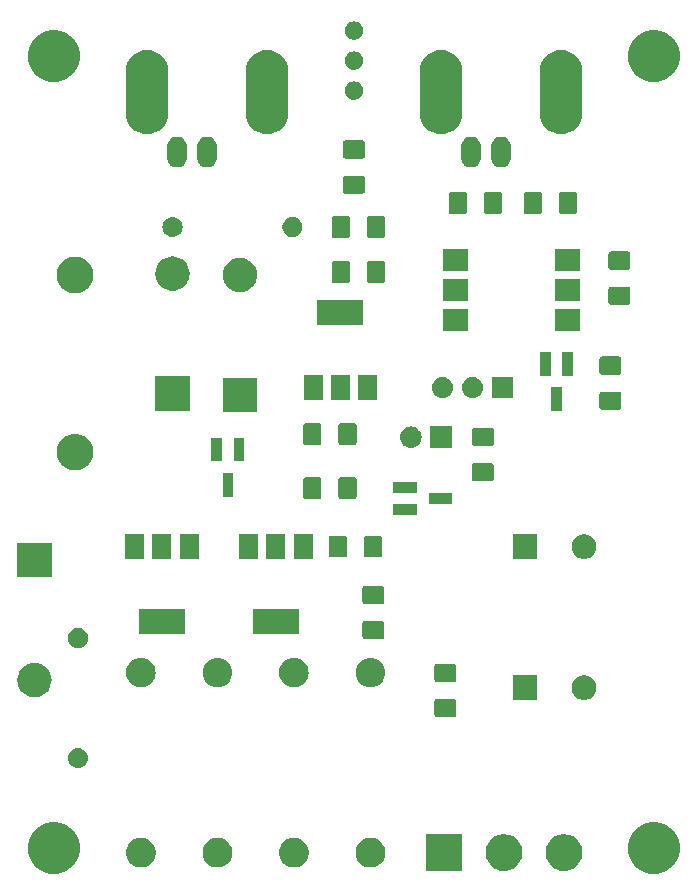
<source format=gbr>
G04 #@! TF.GenerationSoftware,KiCad,Pcbnew,(5.1.2)-2*
G04 #@! TF.CreationDate,2019-08-08T10:37:34+12:00*
G04 #@! TF.ProjectId,Shutter_Driver,53687574-7465-4725-9f44-72697665722e,rev?*
G04 #@! TF.SameCoordinates,Original*
G04 #@! TF.FileFunction,Soldermask,Top*
G04 #@! TF.FilePolarity,Negative*
%FSLAX46Y46*%
G04 Gerber Fmt 4.6, Leading zero omitted, Abs format (unit mm)*
G04 Created by KiCad (PCBNEW (5.1.2)-2) date 2019-08-08 10:37:34*
%MOMM*%
%LPD*%
G04 APERTURE LIST*
%ADD10C,0.100000*%
G04 APERTURE END LIST*
D10*
G36*
X104274007Y-106341582D02*
G01*
X104674563Y-106507498D01*
X104674565Y-106507499D01*
X105035056Y-106748371D01*
X105341629Y-107054944D01*
X105582501Y-107415435D01*
X105582502Y-107415437D01*
X105748418Y-107815993D01*
X105833000Y-108241219D01*
X105833000Y-108674781D01*
X105748418Y-109100007D01*
X105669136Y-109291410D01*
X105582501Y-109500565D01*
X105341629Y-109861056D01*
X105035056Y-110167629D01*
X104674565Y-110408501D01*
X104674564Y-110408502D01*
X104674563Y-110408502D01*
X104274007Y-110574418D01*
X103848781Y-110659000D01*
X103415219Y-110659000D01*
X102989993Y-110574418D01*
X102589437Y-110408502D01*
X102589436Y-110408502D01*
X102589435Y-110408501D01*
X102228944Y-110167629D01*
X101922371Y-109861056D01*
X101681499Y-109500565D01*
X101594864Y-109291410D01*
X101515582Y-109100007D01*
X101431000Y-108674781D01*
X101431000Y-108241219D01*
X101515582Y-107815993D01*
X101681498Y-107415437D01*
X101681499Y-107415435D01*
X101922371Y-107054944D01*
X102228944Y-106748371D01*
X102589435Y-106507499D01*
X102589437Y-106507498D01*
X102989993Y-106341582D01*
X103415219Y-106257000D01*
X103848781Y-106257000D01*
X104274007Y-106341582D01*
X104274007Y-106341582D01*
G37*
G36*
X53474007Y-106341582D02*
G01*
X53874563Y-106507498D01*
X53874565Y-106507499D01*
X54235056Y-106748371D01*
X54541629Y-107054944D01*
X54782501Y-107415435D01*
X54782502Y-107415437D01*
X54948418Y-107815993D01*
X55033000Y-108241219D01*
X55033000Y-108674781D01*
X54948418Y-109100007D01*
X54869136Y-109291410D01*
X54782501Y-109500565D01*
X54541629Y-109861056D01*
X54235056Y-110167629D01*
X53874565Y-110408501D01*
X53874564Y-110408502D01*
X53874563Y-110408502D01*
X53474007Y-110574418D01*
X53048781Y-110659000D01*
X52615219Y-110659000D01*
X52189993Y-110574418D01*
X51789437Y-110408502D01*
X51789436Y-110408502D01*
X51789435Y-110408501D01*
X51428944Y-110167629D01*
X51122371Y-109861056D01*
X50881499Y-109500565D01*
X50794864Y-109291410D01*
X50715582Y-109100007D01*
X50631000Y-108674781D01*
X50631000Y-108241219D01*
X50715582Y-107815993D01*
X50881498Y-107415437D01*
X50881499Y-107415435D01*
X51122371Y-107054944D01*
X51428944Y-106748371D01*
X51789435Y-106507499D01*
X51789437Y-106507498D01*
X52189993Y-106341582D01*
X52615219Y-106257000D01*
X53048781Y-106257000D01*
X53474007Y-106341582D01*
X53474007Y-106341582D01*
G37*
G36*
X91234585Y-107317802D02*
G01*
X91384410Y-107347604D01*
X91666674Y-107464521D01*
X91920705Y-107634259D01*
X92136741Y-107850295D01*
X92306479Y-108104326D01*
X92423396Y-108386590D01*
X92423396Y-108386591D01*
X92480721Y-108674780D01*
X92483000Y-108686240D01*
X92483000Y-108991760D01*
X92423396Y-109291410D01*
X92306479Y-109573674D01*
X92136741Y-109827705D01*
X91920705Y-110043741D01*
X91666674Y-110213479D01*
X91384410Y-110330396D01*
X91234585Y-110360198D01*
X91084761Y-110390000D01*
X90779239Y-110390000D01*
X90629415Y-110360198D01*
X90479590Y-110330396D01*
X90197326Y-110213479D01*
X89943295Y-110043741D01*
X89727259Y-109827705D01*
X89557521Y-109573674D01*
X89440604Y-109291410D01*
X89381000Y-108991760D01*
X89381000Y-108686240D01*
X89383280Y-108674780D01*
X89440604Y-108386591D01*
X89440604Y-108386590D01*
X89557521Y-108104326D01*
X89727259Y-107850295D01*
X89943295Y-107634259D01*
X90197326Y-107464521D01*
X90479590Y-107347604D01*
X90629415Y-107317802D01*
X90779239Y-107288000D01*
X91084761Y-107288000D01*
X91234585Y-107317802D01*
X91234585Y-107317802D01*
G37*
G36*
X96314585Y-107317802D02*
G01*
X96464410Y-107347604D01*
X96746674Y-107464521D01*
X97000705Y-107634259D01*
X97216741Y-107850295D01*
X97386479Y-108104326D01*
X97503396Y-108386590D01*
X97503396Y-108386591D01*
X97560721Y-108674780D01*
X97563000Y-108686240D01*
X97563000Y-108991760D01*
X97503396Y-109291410D01*
X97386479Y-109573674D01*
X97216741Y-109827705D01*
X97000705Y-110043741D01*
X96746674Y-110213479D01*
X96464410Y-110330396D01*
X96314585Y-110360198D01*
X96164761Y-110390000D01*
X95859239Y-110390000D01*
X95709415Y-110360198D01*
X95559590Y-110330396D01*
X95277326Y-110213479D01*
X95023295Y-110043741D01*
X94807259Y-109827705D01*
X94637521Y-109573674D01*
X94520604Y-109291410D01*
X94461000Y-108991760D01*
X94461000Y-108686240D01*
X94463280Y-108674780D01*
X94520604Y-108386591D01*
X94520604Y-108386590D01*
X94637521Y-108104326D01*
X94807259Y-107850295D01*
X95023295Y-107634259D01*
X95277326Y-107464521D01*
X95559590Y-107347604D01*
X95709415Y-107317802D01*
X95859239Y-107288000D01*
X96164761Y-107288000D01*
X96314585Y-107317802D01*
X96314585Y-107317802D01*
G37*
G36*
X87403000Y-110390000D02*
G01*
X84301000Y-110390000D01*
X84301000Y-107288000D01*
X87403000Y-107288000D01*
X87403000Y-110390000D01*
X87403000Y-110390000D01*
G37*
G36*
X73507773Y-107634259D02*
G01*
X73516903Y-107636075D01*
X73744571Y-107730378D01*
X73949466Y-107867285D01*
X74123715Y-108041534D01*
X74257141Y-108241220D01*
X74260623Y-108246431D01*
X74354925Y-108474097D01*
X74403000Y-108715786D01*
X74403000Y-108962214D01*
X74354925Y-109203903D01*
X74318679Y-109291410D01*
X74260622Y-109431571D01*
X74123715Y-109636466D01*
X73949466Y-109810715D01*
X73744571Y-109947622D01*
X73744570Y-109947623D01*
X73744569Y-109947623D01*
X73516903Y-110041925D01*
X73275214Y-110090000D01*
X73028786Y-110090000D01*
X72787097Y-110041925D01*
X72559431Y-109947623D01*
X72559430Y-109947623D01*
X72559429Y-109947622D01*
X72354534Y-109810715D01*
X72180285Y-109636466D01*
X72043378Y-109431571D01*
X71985322Y-109291410D01*
X71949075Y-109203903D01*
X71901000Y-108962214D01*
X71901000Y-108715786D01*
X71949075Y-108474097D01*
X72043377Y-108246431D01*
X72046859Y-108241220D01*
X72180285Y-108041534D01*
X72354534Y-107867285D01*
X72559429Y-107730378D01*
X72787097Y-107636075D01*
X72796227Y-107634259D01*
X73028786Y-107588000D01*
X73275214Y-107588000D01*
X73507773Y-107634259D01*
X73507773Y-107634259D01*
G37*
G36*
X79984773Y-107634259D02*
G01*
X79993903Y-107636075D01*
X80221571Y-107730378D01*
X80426466Y-107867285D01*
X80600715Y-108041534D01*
X80734141Y-108241220D01*
X80737623Y-108246431D01*
X80831925Y-108474097D01*
X80880000Y-108715786D01*
X80880000Y-108962214D01*
X80831925Y-109203903D01*
X80795679Y-109291410D01*
X80737622Y-109431571D01*
X80600715Y-109636466D01*
X80426466Y-109810715D01*
X80221571Y-109947622D01*
X80221570Y-109947623D01*
X80221569Y-109947623D01*
X79993903Y-110041925D01*
X79752214Y-110090000D01*
X79505786Y-110090000D01*
X79264097Y-110041925D01*
X79036431Y-109947623D01*
X79036430Y-109947623D01*
X79036429Y-109947622D01*
X78831534Y-109810715D01*
X78657285Y-109636466D01*
X78520378Y-109431571D01*
X78462322Y-109291410D01*
X78426075Y-109203903D01*
X78378000Y-108962214D01*
X78378000Y-108715786D01*
X78426075Y-108474097D01*
X78520377Y-108246431D01*
X78523859Y-108241220D01*
X78657285Y-108041534D01*
X78831534Y-107867285D01*
X79036429Y-107730378D01*
X79264097Y-107636075D01*
X79273227Y-107634259D01*
X79505786Y-107588000D01*
X79752214Y-107588000D01*
X79984773Y-107634259D01*
X79984773Y-107634259D01*
G37*
G36*
X67030773Y-107634259D02*
G01*
X67039903Y-107636075D01*
X67267571Y-107730378D01*
X67472466Y-107867285D01*
X67646715Y-108041534D01*
X67780141Y-108241220D01*
X67783623Y-108246431D01*
X67877925Y-108474097D01*
X67926000Y-108715786D01*
X67926000Y-108962214D01*
X67877925Y-109203903D01*
X67841679Y-109291410D01*
X67783622Y-109431571D01*
X67646715Y-109636466D01*
X67472466Y-109810715D01*
X67267571Y-109947622D01*
X67267570Y-109947623D01*
X67267569Y-109947623D01*
X67039903Y-110041925D01*
X66798214Y-110090000D01*
X66551786Y-110090000D01*
X66310097Y-110041925D01*
X66082431Y-109947623D01*
X66082430Y-109947623D01*
X66082429Y-109947622D01*
X65877534Y-109810715D01*
X65703285Y-109636466D01*
X65566378Y-109431571D01*
X65508322Y-109291410D01*
X65472075Y-109203903D01*
X65424000Y-108962214D01*
X65424000Y-108715786D01*
X65472075Y-108474097D01*
X65566377Y-108246431D01*
X65569859Y-108241220D01*
X65703285Y-108041534D01*
X65877534Y-107867285D01*
X66082429Y-107730378D01*
X66310097Y-107636075D01*
X66319227Y-107634259D01*
X66551786Y-107588000D01*
X66798214Y-107588000D01*
X67030773Y-107634259D01*
X67030773Y-107634259D01*
G37*
G36*
X60553773Y-107634259D02*
G01*
X60562903Y-107636075D01*
X60790571Y-107730378D01*
X60995466Y-107867285D01*
X61169715Y-108041534D01*
X61303141Y-108241220D01*
X61306623Y-108246431D01*
X61400925Y-108474097D01*
X61449000Y-108715786D01*
X61449000Y-108962214D01*
X61400925Y-109203903D01*
X61364679Y-109291410D01*
X61306622Y-109431571D01*
X61169715Y-109636466D01*
X60995466Y-109810715D01*
X60790571Y-109947622D01*
X60790570Y-109947623D01*
X60790569Y-109947623D01*
X60562903Y-110041925D01*
X60321214Y-110090000D01*
X60074786Y-110090000D01*
X59833097Y-110041925D01*
X59605431Y-109947623D01*
X59605430Y-109947623D01*
X59605429Y-109947622D01*
X59400534Y-109810715D01*
X59226285Y-109636466D01*
X59089378Y-109431571D01*
X59031322Y-109291410D01*
X58995075Y-109203903D01*
X58947000Y-108962214D01*
X58947000Y-108715786D01*
X58995075Y-108474097D01*
X59089377Y-108246431D01*
X59092859Y-108241220D01*
X59226285Y-108041534D01*
X59400534Y-107867285D01*
X59605429Y-107730378D01*
X59833097Y-107636075D01*
X59842227Y-107634259D01*
X60074786Y-107588000D01*
X60321214Y-107588000D01*
X60553773Y-107634259D01*
X60553773Y-107634259D01*
G37*
G36*
X55030823Y-99999313D02*
G01*
X55191242Y-100047976D01*
X55323906Y-100118886D01*
X55339078Y-100126996D01*
X55468659Y-100233341D01*
X55575004Y-100362922D01*
X55575005Y-100362924D01*
X55654024Y-100510758D01*
X55702687Y-100671177D01*
X55719117Y-100838000D01*
X55702687Y-101004823D01*
X55654024Y-101165242D01*
X55583114Y-101297906D01*
X55575004Y-101313078D01*
X55468659Y-101442659D01*
X55339078Y-101549004D01*
X55339076Y-101549005D01*
X55191242Y-101628024D01*
X55030823Y-101676687D01*
X54905804Y-101689000D01*
X54822196Y-101689000D01*
X54697177Y-101676687D01*
X54536758Y-101628024D01*
X54388924Y-101549005D01*
X54388922Y-101549004D01*
X54259341Y-101442659D01*
X54152996Y-101313078D01*
X54144886Y-101297906D01*
X54073976Y-101165242D01*
X54025313Y-101004823D01*
X54008883Y-100838000D01*
X54025313Y-100671177D01*
X54073976Y-100510758D01*
X54152995Y-100362924D01*
X54152996Y-100362922D01*
X54259341Y-100233341D01*
X54388922Y-100126996D01*
X54404094Y-100118886D01*
X54536758Y-100047976D01*
X54697177Y-99999313D01*
X54822196Y-99987000D01*
X54905804Y-99987000D01*
X55030823Y-99999313D01*
X55030823Y-99999313D01*
G37*
G36*
X86754562Y-95851181D02*
G01*
X86789481Y-95861774D01*
X86821663Y-95878976D01*
X86849873Y-95902127D01*
X86873024Y-95930337D01*
X86890226Y-95962519D01*
X86900819Y-95997438D01*
X86905000Y-96039895D01*
X86905000Y-97181105D01*
X86900819Y-97223562D01*
X86890226Y-97258481D01*
X86873024Y-97290663D01*
X86849873Y-97318873D01*
X86821663Y-97342024D01*
X86789481Y-97359226D01*
X86754562Y-97369819D01*
X86712105Y-97374000D01*
X85245895Y-97374000D01*
X85203438Y-97369819D01*
X85168519Y-97359226D01*
X85136337Y-97342024D01*
X85108127Y-97318873D01*
X85084976Y-97290663D01*
X85067774Y-97258481D01*
X85057181Y-97223562D01*
X85053000Y-97181105D01*
X85053000Y-96039895D01*
X85057181Y-95997438D01*
X85067774Y-95962519D01*
X85084976Y-95930337D01*
X85108127Y-95902127D01*
X85136337Y-95878976D01*
X85168519Y-95861774D01*
X85203438Y-95851181D01*
X85245895Y-95847000D01*
X86712105Y-95847000D01*
X86754562Y-95851181D01*
X86754562Y-95851181D01*
G37*
G36*
X98016564Y-93858389D02*
G01*
X98207833Y-93937615D01*
X98207835Y-93937616D01*
X98225701Y-93949554D01*
X98379973Y-94052635D01*
X98526365Y-94199027D01*
X98641385Y-94371167D01*
X98720611Y-94562436D01*
X98761000Y-94765484D01*
X98761000Y-94972516D01*
X98720611Y-95175564D01*
X98683575Y-95264976D01*
X98641384Y-95366835D01*
X98526365Y-95538973D01*
X98379973Y-95685365D01*
X98207835Y-95800384D01*
X98207834Y-95800385D01*
X98207833Y-95800385D01*
X98016564Y-95879611D01*
X97813516Y-95920000D01*
X97606484Y-95920000D01*
X97403436Y-95879611D01*
X97212167Y-95800385D01*
X97212166Y-95800385D01*
X97212165Y-95800384D01*
X97040027Y-95685365D01*
X96893635Y-95538973D01*
X96778616Y-95366835D01*
X96736425Y-95264976D01*
X96699389Y-95175564D01*
X96659000Y-94972516D01*
X96659000Y-94765484D01*
X96699389Y-94562436D01*
X96778615Y-94371167D01*
X96893635Y-94199027D01*
X97040027Y-94052635D01*
X97194299Y-93949554D01*
X97212165Y-93937616D01*
X97212167Y-93937615D01*
X97403436Y-93858389D01*
X97606484Y-93818000D01*
X97813516Y-93818000D01*
X98016564Y-93858389D01*
X98016564Y-93858389D01*
G37*
G36*
X93761000Y-95920000D02*
G01*
X91659000Y-95920000D01*
X91659000Y-93818000D01*
X93761000Y-93818000D01*
X93761000Y-95920000D01*
X93761000Y-95920000D01*
G37*
G36*
X51358861Y-92793498D02*
G01*
X51465446Y-92803995D01*
X51738330Y-92886774D01*
X51738963Y-92886966D01*
X51991028Y-93021698D01*
X51991029Y-93021699D01*
X51991033Y-93021701D01*
X52211976Y-93203024D01*
X52393299Y-93423967D01*
X52393301Y-93423971D01*
X52393302Y-93423972D01*
X52528034Y-93676037D01*
X52528035Y-93676040D01*
X52611005Y-93949554D01*
X52639020Y-94234000D01*
X52611005Y-94518446D01*
X52537619Y-94760366D01*
X52528034Y-94791963D01*
X52497012Y-94850000D01*
X52393299Y-95044033D01*
X52211976Y-95264976D01*
X51991033Y-95446299D01*
X51991029Y-95446301D01*
X51991028Y-95446302D01*
X51738963Y-95581034D01*
X51738960Y-95581035D01*
X51465446Y-95664005D01*
X51358861Y-95674502D01*
X51252278Y-95685000D01*
X51109722Y-95685000D01*
X51003139Y-95674502D01*
X50896554Y-95664005D01*
X50623040Y-95581035D01*
X50623037Y-95581034D01*
X50370972Y-95446302D01*
X50370971Y-95446301D01*
X50370967Y-95446299D01*
X50150024Y-95264976D01*
X49968701Y-95044033D01*
X49864988Y-94850000D01*
X49833966Y-94791963D01*
X49824381Y-94760366D01*
X49750995Y-94518446D01*
X49722980Y-94234000D01*
X49750995Y-93949554D01*
X49833965Y-93676040D01*
X49833966Y-93676037D01*
X49968698Y-93423972D01*
X49968699Y-93423971D01*
X49968701Y-93423967D01*
X50150024Y-93203024D01*
X50370967Y-93021701D01*
X50370971Y-93021699D01*
X50370972Y-93021698D01*
X50623037Y-92886966D01*
X50623670Y-92886774D01*
X50896554Y-92803995D01*
X51003139Y-92793498D01*
X51109722Y-92783000D01*
X51252278Y-92783000D01*
X51358861Y-92793498D01*
X51358861Y-92793498D01*
G37*
G36*
X66920239Y-92366101D02*
G01*
X67156053Y-92437634D01*
X67373381Y-92553799D01*
X67563871Y-92710129D01*
X67720201Y-92900619D01*
X67836366Y-93117947D01*
X67907899Y-93353761D01*
X67932053Y-93599000D01*
X67907899Y-93844239D01*
X67836366Y-94080053D01*
X67720201Y-94297381D01*
X67563871Y-94487871D01*
X67373381Y-94644201D01*
X67156053Y-94760366D01*
X66920239Y-94831899D01*
X66736457Y-94850000D01*
X66613543Y-94850000D01*
X66429761Y-94831899D01*
X66193947Y-94760366D01*
X65976619Y-94644201D01*
X65786129Y-94487871D01*
X65629799Y-94297381D01*
X65513634Y-94080053D01*
X65442101Y-93844239D01*
X65417947Y-93599000D01*
X65442101Y-93353761D01*
X65513634Y-93117947D01*
X65629799Y-92900619D01*
X65786129Y-92710129D01*
X65976619Y-92553799D01*
X66193947Y-92437634D01*
X66429761Y-92366101D01*
X66613543Y-92348000D01*
X66736457Y-92348000D01*
X66920239Y-92366101D01*
X66920239Y-92366101D01*
G37*
G36*
X79874239Y-92366101D02*
G01*
X80110053Y-92437634D01*
X80327381Y-92553799D01*
X80517871Y-92710129D01*
X80674201Y-92900619D01*
X80790366Y-93117947D01*
X80861899Y-93353761D01*
X80886053Y-93599000D01*
X80861899Y-93844239D01*
X80790366Y-94080053D01*
X80674201Y-94297381D01*
X80517871Y-94487871D01*
X80327381Y-94644201D01*
X80110053Y-94760366D01*
X79874239Y-94831899D01*
X79690457Y-94850000D01*
X79567543Y-94850000D01*
X79383761Y-94831899D01*
X79147947Y-94760366D01*
X78930619Y-94644201D01*
X78740129Y-94487871D01*
X78583799Y-94297381D01*
X78467634Y-94080053D01*
X78396101Y-93844239D01*
X78371947Y-93599000D01*
X78396101Y-93353761D01*
X78467634Y-93117947D01*
X78583799Y-92900619D01*
X78740129Y-92710129D01*
X78930619Y-92553799D01*
X79147947Y-92437634D01*
X79383761Y-92366101D01*
X79567543Y-92348000D01*
X79690457Y-92348000D01*
X79874239Y-92366101D01*
X79874239Y-92366101D01*
G37*
G36*
X60443239Y-92366101D02*
G01*
X60679053Y-92437634D01*
X60896381Y-92553799D01*
X61086871Y-92710129D01*
X61243201Y-92900619D01*
X61359366Y-93117947D01*
X61430899Y-93353761D01*
X61455053Y-93599000D01*
X61430899Y-93844239D01*
X61359366Y-94080053D01*
X61243201Y-94297381D01*
X61086871Y-94487871D01*
X60896381Y-94644201D01*
X60679053Y-94760366D01*
X60443239Y-94831899D01*
X60259457Y-94850000D01*
X60136543Y-94850000D01*
X59952761Y-94831899D01*
X59716947Y-94760366D01*
X59499619Y-94644201D01*
X59309129Y-94487871D01*
X59152799Y-94297381D01*
X59036634Y-94080053D01*
X58965101Y-93844239D01*
X58940947Y-93599000D01*
X58965101Y-93353761D01*
X59036634Y-93117947D01*
X59152799Y-92900619D01*
X59309129Y-92710129D01*
X59499619Y-92553799D01*
X59716947Y-92437634D01*
X59952761Y-92366101D01*
X60136543Y-92348000D01*
X60259457Y-92348000D01*
X60443239Y-92366101D01*
X60443239Y-92366101D01*
G37*
G36*
X73397239Y-92366101D02*
G01*
X73633053Y-92437634D01*
X73850381Y-92553799D01*
X74040871Y-92710129D01*
X74197201Y-92900619D01*
X74313366Y-93117947D01*
X74384899Y-93353761D01*
X74409053Y-93599000D01*
X74384899Y-93844239D01*
X74313366Y-94080053D01*
X74197201Y-94297381D01*
X74040871Y-94487871D01*
X73850381Y-94644201D01*
X73633053Y-94760366D01*
X73397239Y-94831899D01*
X73213457Y-94850000D01*
X73090543Y-94850000D01*
X72906761Y-94831899D01*
X72670947Y-94760366D01*
X72453619Y-94644201D01*
X72263129Y-94487871D01*
X72106799Y-94297381D01*
X71990634Y-94080053D01*
X71919101Y-93844239D01*
X71894947Y-93599000D01*
X71919101Y-93353761D01*
X71990634Y-93117947D01*
X72106799Y-92900619D01*
X72263129Y-92710129D01*
X72453619Y-92553799D01*
X72670947Y-92437634D01*
X72906761Y-92366101D01*
X73090543Y-92348000D01*
X73213457Y-92348000D01*
X73397239Y-92366101D01*
X73397239Y-92366101D01*
G37*
G36*
X86754562Y-92876181D02*
G01*
X86789481Y-92886774D01*
X86821663Y-92903976D01*
X86849873Y-92927127D01*
X86873024Y-92955337D01*
X86890226Y-92987519D01*
X86900819Y-93022438D01*
X86905000Y-93064895D01*
X86905000Y-94206105D01*
X86900819Y-94248562D01*
X86890226Y-94283481D01*
X86873024Y-94315663D01*
X86849873Y-94343873D01*
X86821663Y-94367024D01*
X86789481Y-94384226D01*
X86754562Y-94394819D01*
X86712105Y-94399000D01*
X85245895Y-94399000D01*
X85203438Y-94394819D01*
X85168519Y-94384226D01*
X85136337Y-94367024D01*
X85108127Y-94343873D01*
X85084976Y-94315663D01*
X85067774Y-94283481D01*
X85057181Y-94248562D01*
X85053000Y-94206105D01*
X85053000Y-93064895D01*
X85057181Y-93022438D01*
X85067774Y-92987519D01*
X85084976Y-92955337D01*
X85108127Y-92927127D01*
X85136337Y-92903976D01*
X85168519Y-92886774D01*
X85203438Y-92876181D01*
X85245895Y-92872000D01*
X86712105Y-92872000D01*
X86754562Y-92876181D01*
X86754562Y-92876181D01*
G37*
G36*
X55112228Y-89859703D02*
G01*
X55267100Y-89923853D01*
X55406481Y-90016985D01*
X55525015Y-90135519D01*
X55618147Y-90274900D01*
X55682297Y-90429772D01*
X55715000Y-90594184D01*
X55715000Y-90761816D01*
X55682297Y-90926228D01*
X55618147Y-91081100D01*
X55525015Y-91220481D01*
X55406481Y-91339015D01*
X55267100Y-91432147D01*
X55112228Y-91496297D01*
X54947816Y-91529000D01*
X54780184Y-91529000D01*
X54615772Y-91496297D01*
X54460900Y-91432147D01*
X54321519Y-91339015D01*
X54202985Y-91220481D01*
X54109853Y-91081100D01*
X54045703Y-90926228D01*
X54013000Y-90761816D01*
X54013000Y-90594184D01*
X54045703Y-90429772D01*
X54109853Y-90274900D01*
X54202985Y-90135519D01*
X54321519Y-90016985D01*
X54460900Y-89923853D01*
X54615772Y-89859703D01*
X54780184Y-89827000D01*
X54947816Y-89827000D01*
X55112228Y-89859703D01*
X55112228Y-89859703D01*
G37*
G36*
X80658562Y-89247181D02*
G01*
X80693481Y-89257774D01*
X80725663Y-89274976D01*
X80753873Y-89298127D01*
X80777024Y-89326337D01*
X80794226Y-89358519D01*
X80804819Y-89393438D01*
X80809000Y-89435895D01*
X80809000Y-90577105D01*
X80804819Y-90619562D01*
X80794226Y-90654481D01*
X80777024Y-90686663D01*
X80753873Y-90714873D01*
X80725663Y-90738024D01*
X80693481Y-90755226D01*
X80658562Y-90765819D01*
X80616105Y-90770000D01*
X79149895Y-90770000D01*
X79107438Y-90765819D01*
X79072519Y-90755226D01*
X79040337Y-90738024D01*
X79012127Y-90714873D01*
X78988976Y-90686663D01*
X78971774Y-90654481D01*
X78961181Y-90619562D01*
X78957000Y-90577105D01*
X78957000Y-89435895D01*
X78961181Y-89393438D01*
X78971774Y-89358519D01*
X78988976Y-89326337D01*
X79012127Y-89298127D01*
X79040337Y-89274976D01*
X79072519Y-89257774D01*
X79107438Y-89247181D01*
X79149895Y-89243000D01*
X80616105Y-89243000D01*
X80658562Y-89247181D01*
X80658562Y-89247181D01*
G37*
G36*
X63927000Y-90307000D02*
G01*
X60025000Y-90307000D01*
X60025000Y-88205000D01*
X63927000Y-88205000D01*
X63927000Y-90307000D01*
X63927000Y-90307000D01*
G37*
G36*
X73579000Y-90307000D02*
G01*
X69677000Y-90307000D01*
X69677000Y-88205000D01*
X73579000Y-88205000D01*
X73579000Y-90307000D01*
X73579000Y-90307000D01*
G37*
G36*
X80658562Y-86272181D02*
G01*
X80693481Y-86282774D01*
X80725663Y-86299976D01*
X80753873Y-86323127D01*
X80777024Y-86351337D01*
X80794226Y-86383519D01*
X80804819Y-86418438D01*
X80809000Y-86460895D01*
X80809000Y-87602105D01*
X80804819Y-87644562D01*
X80794226Y-87679481D01*
X80777024Y-87711663D01*
X80753873Y-87739873D01*
X80725663Y-87763024D01*
X80693481Y-87780226D01*
X80658562Y-87790819D01*
X80616105Y-87795000D01*
X79149895Y-87795000D01*
X79107438Y-87790819D01*
X79072519Y-87780226D01*
X79040337Y-87763024D01*
X79012127Y-87739873D01*
X78988976Y-87711663D01*
X78971774Y-87679481D01*
X78961181Y-87644562D01*
X78957000Y-87602105D01*
X78957000Y-86460895D01*
X78961181Y-86418438D01*
X78971774Y-86383519D01*
X78988976Y-86351337D01*
X79012127Y-86323127D01*
X79040337Y-86299976D01*
X79072519Y-86282774D01*
X79107438Y-86272181D01*
X79149895Y-86268000D01*
X80616105Y-86268000D01*
X80658562Y-86272181D01*
X80658562Y-86272181D01*
G37*
G36*
X52632000Y-85525000D02*
G01*
X49730000Y-85525000D01*
X49730000Y-82623000D01*
X52632000Y-82623000D01*
X52632000Y-85525000D01*
X52632000Y-85525000D01*
G37*
G36*
X62777000Y-84007000D02*
G01*
X61175000Y-84007000D01*
X61175000Y-81905000D01*
X62777000Y-81905000D01*
X62777000Y-84007000D01*
X62777000Y-84007000D01*
G37*
G36*
X65077000Y-84007000D02*
G01*
X63475000Y-84007000D01*
X63475000Y-81905000D01*
X65077000Y-81905000D01*
X65077000Y-84007000D01*
X65077000Y-84007000D01*
G37*
G36*
X70129000Y-84007000D02*
G01*
X68527000Y-84007000D01*
X68527000Y-81905000D01*
X70129000Y-81905000D01*
X70129000Y-84007000D01*
X70129000Y-84007000D01*
G37*
G36*
X74729000Y-84007000D02*
G01*
X73127000Y-84007000D01*
X73127000Y-81905000D01*
X74729000Y-81905000D01*
X74729000Y-84007000D01*
X74729000Y-84007000D01*
G37*
G36*
X60477000Y-84007000D02*
G01*
X58875000Y-84007000D01*
X58875000Y-81905000D01*
X60477000Y-81905000D01*
X60477000Y-84007000D01*
X60477000Y-84007000D01*
G37*
G36*
X72429000Y-84007000D02*
G01*
X70827000Y-84007000D01*
X70827000Y-81905000D01*
X72429000Y-81905000D01*
X72429000Y-84007000D01*
X72429000Y-84007000D01*
G37*
G36*
X98016564Y-81920389D02*
G01*
X98207833Y-81999615D01*
X98207835Y-81999616D01*
X98246411Y-82025392D01*
X98379973Y-82114635D01*
X98526365Y-82261027D01*
X98641385Y-82433167D01*
X98720611Y-82624436D01*
X98761000Y-82827484D01*
X98761000Y-83034516D01*
X98720611Y-83237564D01*
X98641385Y-83428833D01*
X98641384Y-83428835D01*
X98526365Y-83600973D01*
X98379973Y-83747365D01*
X98207835Y-83862384D01*
X98207834Y-83862385D01*
X98207833Y-83862385D01*
X98016564Y-83941611D01*
X97813516Y-83982000D01*
X97606484Y-83982000D01*
X97403436Y-83941611D01*
X97212167Y-83862385D01*
X97212166Y-83862385D01*
X97212165Y-83862384D01*
X97040027Y-83747365D01*
X96893635Y-83600973D01*
X96778616Y-83428835D01*
X96778615Y-83428833D01*
X96699389Y-83237564D01*
X96659000Y-83034516D01*
X96659000Y-82827484D01*
X96699389Y-82624436D01*
X96778615Y-82433167D01*
X96893635Y-82261027D01*
X97040027Y-82114635D01*
X97173589Y-82025392D01*
X97212165Y-81999616D01*
X97212167Y-81999615D01*
X97403436Y-81920389D01*
X97606484Y-81880000D01*
X97813516Y-81880000D01*
X98016564Y-81920389D01*
X98016564Y-81920389D01*
G37*
G36*
X93761000Y-83982000D02*
G01*
X91659000Y-83982000D01*
X91659000Y-81880000D01*
X93761000Y-81880000D01*
X93761000Y-83982000D01*
X93761000Y-83982000D01*
G37*
G36*
X80459562Y-82009181D02*
G01*
X80494481Y-82019774D01*
X80526663Y-82036976D01*
X80554873Y-82060127D01*
X80578024Y-82088337D01*
X80595226Y-82120519D01*
X80605819Y-82155438D01*
X80610000Y-82197895D01*
X80610000Y-83664105D01*
X80605819Y-83706562D01*
X80595226Y-83741481D01*
X80578024Y-83773663D01*
X80554873Y-83801873D01*
X80526663Y-83825024D01*
X80494481Y-83842226D01*
X80459562Y-83852819D01*
X80417105Y-83857000D01*
X79275895Y-83857000D01*
X79233438Y-83852819D01*
X79198519Y-83842226D01*
X79166337Y-83825024D01*
X79138127Y-83801873D01*
X79114976Y-83773663D01*
X79097774Y-83741481D01*
X79087181Y-83706562D01*
X79083000Y-83664105D01*
X79083000Y-82197895D01*
X79087181Y-82155438D01*
X79097774Y-82120519D01*
X79114976Y-82088337D01*
X79138127Y-82060127D01*
X79166337Y-82036976D01*
X79198519Y-82019774D01*
X79233438Y-82009181D01*
X79275895Y-82005000D01*
X80417105Y-82005000D01*
X80459562Y-82009181D01*
X80459562Y-82009181D01*
G37*
G36*
X77484562Y-82009181D02*
G01*
X77519481Y-82019774D01*
X77551663Y-82036976D01*
X77579873Y-82060127D01*
X77603024Y-82088337D01*
X77620226Y-82120519D01*
X77630819Y-82155438D01*
X77635000Y-82197895D01*
X77635000Y-83664105D01*
X77630819Y-83706562D01*
X77620226Y-83741481D01*
X77603024Y-83773663D01*
X77579873Y-83801873D01*
X77551663Y-83825024D01*
X77519481Y-83842226D01*
X77484562Y-83852819D01*
X77442105Y-83857000D01*
X76300895Y-83857000D01*
X76258438Y-83852819D01*
X76223519Y-83842226D01*
X76191337Y-83825024D01*
X76163127Y-83801873D01*
X76139976Y-83773663D01*
X76122774Y-83741481D01*
X76112181Y-83706562D01*
X76108000Y-83664105D01*
X76108000Y-82197895D01*
X76112181Y-82155438D01*
X76122774Y-82120519D01*
X76139976Y-82088337D01*
X76163127Y-82060127D01*
X76191337Y-82036976D01*
X76223519Y-82019774D01*
X76258438Y-82009181D01*
X76300895Y-82005000D01*
X77442105Y-82005000D01*
X77484562Y-82009181D01*
X77484562Y-82009181D01*
G37*
G36*
X83575000Y-80268000D02*
G01*
X81573000Y-80268000D01*
X81573000Y-79366000D01*
X83575000Y-79366000D01*
X83575000Y-80268000D01*
X83575000Y-80268000D01*
G37*
G36*
X86575000Y-79318000D02*
G01*
X84573000Y-79318000D01*
X84573000Y-78416000D01*
X86575000Y-78416000D01*
X86575000Y-79318000D01*
X86575000Y-79318000D01*
G37*
G36*
X75325562Y-77056181D02*
G01*
X75360481Y-77066774D01*
X75392663Y-77083976D01*
X75420873Y-77107127D01*
X75444024Y-77135337D01*
X75461226Y-77167519D01*
X75471819Y-77202438D01*
X75476000Y-77244895D01*
X75476000Y-78711105D01*
X75471819Y-78753562D01*
X75461226Y-78788481D01*
X75444024Y-78820663D01*
X75420873Y-78848873D01*
X75392663Y-78872024D01*
X75360481Y-78889226D01*
X75325562Y-78899819D01*
X75283105Y-78904000D01*
X74141895Y-78904000D01*
X74099438Y-78899819D01*
X74064519Y-78889226D01*
X74032337Y-78872024D01*
X74004127Y-78848873D01*
X73980976Y-78820663D01*
X73963774Y-78788481D01*
X73953181Y-78753562D01*
X73949000Y-78711105D01*
X73949000Y-77244895D01*
X73953181Y-77202438D01*
X73963774Y-77167519D01*
X73980976Y-77135337D01*
X74004127Y-77107127D01*
X74032337Y-77083976D01*
X74064519Y-77066774D01*
X74099438Y-77056181D01*
X74141895Y-77052000D01*
X75283105Y-77052000D01*
X75325562Y-77056181D01*
X75325562Y-77056181D01*
G37*
G36*
X78300562Y-77056181D02*
G01*
X78335481Y-77066774D01*
X78367663Y-77083976D01*
X78395873Y-77107127D01*
X78419024Y-77135337D01*
X78436226Y-77167519D01*
X78446819Y-77202438D01*
X78451000Y-77244895D01*
X78451000Y-78711105D01*
X78446819Y-78753562D01*
X78436226Y-78788481D01*
X78419024Y-78820663D01*
X78395873Y-78848873D01*
X78367663Y-78872024D01*
X78335481Y-78889226D01*
X78300562Y-78899819D01*
X78258105Y-78904000D01*
X77116895Y-78904000D01*
X77074438Y-78899819D01*
X77039519Y-78889226D01*
X77007337Y-78872024D01*
X76979127Y-78848873D01*
X76955976Y-78820663D01*
X76938774Y-78788481D01*
X76928181Y-78753562D01*
X76924000Y-78711105D01*
X76924000Y-77244895D01*
X76928181Y-77202438D01*
X76938774Y-77167519D01*
X76955976Y-77135337D01*
X76979127Y-77107127D01*
X77007337Y-77083976D01*
X77039519Y-77066774D01*
X77074438Y-77056181D01*
X77116895Y-77052000D01*
X78258105Y-77052000D01*
X78300562Y-77056181D01*
X78300562Y-77056181D01*
G37*
G36*
X68015000Y-78701000D02*
G01*
X67113000Y-78701000D01*
X67113000Y-76699000D01*
X68015000Y-76699000D01*
X68015000Y-78701000D01*
X68015000Y-78701000D01*
G37*
G36*
X83575000Y-78368000D02*
G01*
X81573000Y-78368000D01*
X81573000Y-77466000D01*
X83575000Y-77466000D01*
X83575000Y-78368000D01*
X83575000Y-78368000D01*
G37*
G36*
X89929562Y-75875681D02*
G01*
X89964481Y-75886274D01*
X89996663Y-75903476D01*
X90024873Y-75926627D01*
X90048024Y-75954837D01*
X90065226Y-75987019D01*
X90075819Y-76021938D01*
X90080000Y-76064395D01*
X90080000Y-77205605D01*
X90075819Y-77248062D01*
X90065226Y-77282981D01*
X90048024Y-77315163D01*
X90024873Y-77343373D01*
X89996663Y-77366524D01*
X89964481Y-77383726D01*
X89929562Y-77394319D01*
X89887105Y-77398500D01*
X88420895Y-77398500D01*
X88378438Y-77394319D01*
X88343519Y-77383726D01*
X88311337Y-77366524D01*
X88283127Y-77343373D01*
X88259976Y-77315163D01*
X88242774Y-77282981D01*
X88232181Y-77248062D01*
X88228000Y-77205605D01*
X88228000Y-76064395D01*
X88232181Y-76021938D01*
X88242774Y-75987019D01*
X88259976Y-75954837D01*
X88283127Y-75926627D01*
X88311337Y-75903476D01*
X88343519Y-75886274D01*
X88378438Y-75875681D01*
X88420895Y-75871500D01*
X89887105Y-75871500D01*
X89929562Y-75875681D01*
X89929562Y-75875681D01*
G37*
G36*
X54912585Y-73415802D02*
G01*
X55062410Y-73445604D01*
X55344674Y-73562521D01*
X55598705Y-73732259D01*
X55814741Y-73948295D01*
X55984479Y-74202326D01*
X56101396Y-74484590D01*
X56161000Y-74784240D01*
X56161000Y-75089760D01*
X56101396Y-75389410D01*
X55984479Y-75671674D01*
X55814741Y-75925705D01*
X55598705Y-76141741D01*
X55344674Y-76311479D01*
X55062410Y-76428396D01*
X54912585Y-76458198D01*
X54762761Y-76488000D01*
X54457239Y-76488000D01*
X54307415Y-76458198D01*
X54157590Y-76428396D01*
X53875326Y-76311479D01*
X53621295Y-76141741D01*
X53405259Y-75925705D01*
X53235521Y-75671674D01*
X53118604Y-75389410D01*
X53059000Y-75089760D01*
X53059000Y-74784240D01*
X53118604Y-74484590D01*
X53235521Y-74202326D01*
X53405259Y-73948295D01*
X53621295Y-73732259D01*
X53875326Y-73562521D01*
X54157590Y-73445604D01*
X54307415Y-73415802D01*
X54457239Y-73386000D01*
X54762761Y-73386000D01*
X54912585Y-73415802D01*
X54912585Y-73415802D01*
G37*
G36*
X67065000Y-75701000D02*
G01*
X66163000Y-75701000D01*
X66163000Y-73699000D01*
X67065000Y-73699000D01*
X67065000Y-75701000D01*
X67065000Y-75701000D01*
G37*
G36*
X68965000Y-75701000D02*
G01*
X68063000Y-75701000D01*
X68063000Y-73699000D01*
X68965000Y-73699000D01*
X68965000Y-75701000D01*
X68965000Y-75701000D01*
G37*
G36*
X83168442Y-72765518D02*
G01*
X83234627Y-72772037D01*
X83404466Y-72823557D01*
X83560991Y-72907222D01*
X83586889Y-72928476D01*
X83698186Y-73019814D01*
X83773947Y-73112131D01*
X83810778Y-73157009D01*
X83894443Y-73313534D01*
X83945963Y-73483373D01*
X83963359Y-73660000D01*
X83945963Y-73836627D01*
X83894443Y-74006466D01*
X83810778Y-74162991D01*
X83807796Y-74166624D01*
X83698186Y-74300186D01*
X83602939Y-74378352D01*
X83560991Y-74412778D01*
X83404466Y-74496443D01*
X83234627Y-74547963D01*
X83168442Y-74554482D01*
X83102260Y-74561000D01*
X83013740Y-74561000D01*
X82947558Y-74554482D01*
X82881373Y-74547963D01*
X82711534Y-74496443D01*
X82555009Y-74412778D01*
X82513061Y-74378352D01*
X82417814Y-74300186D01*
X82308204Y-74166624D01*
X82305222Y-74162991D01*
X82221557Y-74006466D01*
X82170037Y-73836627D01*
X82152641Y-73660000D01*
X82170037Y-73483373D01*
X82221557Y-73313534D01*
X82305222Y-73157009D01*
X82342053Y-73112131D01*
X82417814Y-73019814D01*
X82529111Y-72928476D01*
X82555009Y-72907222D01*
X82711534Y-72823557D01*
X82881373Y-72772037D01*
X82947558Y-72765518D01*
X83013740Y-72759000D01*
X83102260Y-72759000D01*
X83168442Y-72765518D01*
X83168442Y-72765518D01*
G37*
G36*
X86499000Y-74561000D02*
G01*
X84697000Y-74561000D01*
X84697000Y-72759000D01*
X86499000Y-72759000D01*
X86499000Y-74561000D01*
X86499000Y-74561000D01*
G37*
G36*
X89929562Y-72900681D02*
G01*
X89964481Y-72911274D01*
X89996663Y-72928476D01*
X90024873Y-72951627D01*
X90048024Y-72979837D01*
X90065226Y-73012019D01*
X90075819Y-73046938D01*
X90080000Y-73089395D01*
X90080000Y-74230605D01*
X90075819Y-74273062D01*
X90065226Y-74307981D01*
X90048024Y-74340163D01*
X90024873Y-74368373D01*
X89996663Y-74391524D01*
X89964481Y-74408726D01*
X89929562Y-74419319D01*
X89887105Y-74423500D01*
X88420895Y-74423500D01*
X88378438Y-74419319D01*
X88343519Y-74408726D01*
X88311337Y-74391524D01*
X88283127Y-74368373D01*
X88259976Y-74340163D01*
X88242774Y-74307981D01*
X88232181Y-74273062D01*
X88228000Y-74230605D01*
X88228000Y-73089395D01*
X88232181Y-73046938D01*
X88242774Y-73012019D01*
X88259976Y-72979837D01*
X88283127Y-72951627D01*
X88311337Y-72928476D01*
X88343519Y-72911274D01*
X88378438Y-72900681D01*
X88420895Y-72896500D01*
X89887105Y-72896500D01*
X89929562Y-72900681D01*
X89929562Y-72900681D01*
G37*
G36*
X75325562Y-72484181D02*
G01*
X75360481Y-72494774D01*
X75392663Y-72511976D01*
X75420873Y-72535127D01*
X75444024Y-72563337D01*
X75461226Y-72595519D01*
X75471819Y-72630438D01*
X75476000Y-72672895D01*
X75476000Y-74139105D01*
X75471819Y-74181562D01*
X75461226Y-74216481D01*
X75444024Y-74248663D01*
X75420873Y-74276873D01*
X75392663Y-74300024D01*
X75360481Y-74317226D01*
X75325562Y-74327819D01*
X75283105Y-74332000D01*
X74141895Y-74332000D01*
X74099438Y-74327819D01*
X74064519Y-74317226D01*
X74032337Y-74300024D01*
X74004127Y-74276873D01*
X73980976Y-74248663D01*
X73963774Y-74216481D01*
X73953181Y-74181562D01*
X73949000Y-74139105D01*
X73949000Y-72672895D01*
X73953181Y-72630438D01*
X73963774Y-72595519D01*
X73980976Y-72563337D01*
X74004127Y-72535127D01*
X74032337Y-72511976D01*
X74064519Y-72494774D01*
X74099438Y-72484181D01*
X74141895Y-72480000D01*
X75283105Y-72480000D01*
X75325562Y-72484181D01*
X75325562Y-72484181D01*
G37*
G36*
X78300562Y-72484181D02*
G01*
X78335481Y-72494774D01*
X78367663Y-72511976D01*
X78395873Y-72535127D01*
X78419024Y-72563337D01*
X78436226Y-72595519D01*
X78446819Y-72630438D01*
X78451000Y-72672895D01*
X78451000Y-74139105D01*
X78446819Y-74181562D01*
X78436226Y-74216481D01*
X78419024Y-74248663D01*
X78395873Y-74276873D01*
X78367663Y-74300024D01*
X78335481Y-74317226D01*
X78300562Y-74327819D01*
X78258105Y-74332000D01*
X77116895Y-74332000D01*
X77074438Y-74327819D01*
X77039519Y-74317226D01*
X77007337Y-74300024D01*
X76979127Y-74276873D01*
X76955976Y-74248663D01*
X76938774Y-74216481D01*
X76928181Y-74181562D01*
X76924000Y-74139105D01*
X76924000Y-72672895D01*
X76928181Y-72630438D01*
X76938774Y-72595519D01*
X76955976Y-72563337D01*
X76979127Y-72535127D01*
X77007337Y-72511976D01*
X77039519Y-72494774D01*
X77074438Y-72484181D01*
X77116895Y-72480000D01*
X78258105Y-72480000D01*
X78300562Y-72484181D01*
X78300562Y-72484181D01*
G37*
G36*
X70031000Y-71555000D02*
G01*
X67129000Y-71555000D01*
X67129000Y-68653000D01*
X70031000Y-68653000D01*
X70031000Y-71555000D01*
X70031000Y-71555000D01*
G37*
G36*
X95828000Y-71462000D02*
G01*
X94926000Y-71462000D01*
X94926000Y-69460000D01*
X95828000Y-69460000D01*
X95828000Y-71462000D01*
X95828000Y-71462000D01*
G37*
G36*
X64316000Y-71428000D02*
G01*
X61414000Y-71428000D01*
X61414000Y-68526000D01*
X64316000Y-68526000D01*
X64316000Y-71428000D01*
X64316000Y-71428000D01*
G37*
G36*
X100724562Y-69816181D02*
G01*
X100759481Y-69826774D01*
X100791663Y-69843976D01*
X100819873Y-69867127D01*
X100843024Y-69895337D01*
X100860226Y-69927519D01*
X100870819Y-69962438D01*
X100875000Y-70004895D01*
X100875000Y-71146105D01*
X100870819Y-71188562D01*
X100860226Y-71223481D01*
X100843024Y-71255663D01*
X100819873Y-71283873D01*
X100791663Y-71307024D01*
X100759481Y-71324226D01*
X100724562Y-71334819D01*
X100682105Y-71339000D01*
X99215895Y-71339000D01*
X99173438Y-71334819D01*
X99138519Y-71324226D01*
X99106337Y-71307024D01*
X99078127Y-71283873D01*
X99054976Y-71255663D01*
X99037774Y-71223481D01*
X99027181Y-71188562D01*
X99023000Y-71146105D01*
X99023000Y-70004895D01*
X99027181Y-69962438D01*
X99037774Y-69927519D01*
X99054976Y-69895337D01*
X99078127Y-69867127D01*
X99106337Y-69843976D01*
X99138519Y-69826774D01*
X99173438Y-69816181D01*
X99215895Y-69812000D01*
X100682105Y-69812000D01*
X100724562Y-69816181D01*
X100724562Y-69816181D01*
G37*
G36*
X75590000Y-70495000D02*
G01*
X73988000Y-70495000D01*
X73988000Y-68393000D01*
X75590000Y-68393000D01*
X75590000Y-70495000D01*
X75590000Y-70495000D01*
G37*
G36*
X80190000Y-70495000D02*
G01*
X78588000Y-70495000D01*
X78588000Y-68393000D01*
X80190000Y-68393000D01*
X80190000Y-70495000D01*
X80190000Y-70495000D01*
G37*
G36*
X77890000Y-70495000D02*
G01*
X76288000Y-70495000D01*
X76288000Y-68393000D01*
X77890000Y-68393000D01*
X77890000Y-70495000D01*
X77890000Y-70495000D01*
G37*
G36*
X88375442Y-68574518D02*
G01*
X88441627Y-68581037D01*
X88611466Y-68632557D01*
X88767991Y-68716222D01*
X88803729Y-68745552D01*
X88905186Y-68828814D01*
X88988448Y-68930271D01*
X89017778Y-68966009D01*
X89101443Y-69122534D01*
X89152963Y-69292373D01*
X89170359Y-69469000D01*
X89152963Y-69645627D01*
X89101443Y-69815466D01*
X89017778Y-69971991D01*
X88990774Y-70004895D01*
X88905186Y-70109186D01*
X88803729Y-70192448D01*
X88767991Y-70221778D01*
X88611466Y-70305443D01*
X88441627Y-70356963D01*
X88375443Y-70363481D01*
X88309260Y-70370000D01*
X88220740Y-70370000D01*
X88154557Y-70363481D01*
X88088373Y-70356963D01*
X87918534Y-70305443D01*
X87762009Y-70221778D01*
X87726271Y-70192448D01*
X87624814Y-70109186D01*
X87539226Y-70004895D01*
X87512222Y-69971991D01*
X87428557Y-69815466D01*
X87377037Y-69645627D01*
X87359641Y-69469000D01*
X87377037Y-69292373D01*
X87428557Y-69122534D01*
X87512222Y-68966009D01*
X87541552Y-68930271D01*
X87624814Y-68828814D01*
X87726271Y-68745552D01*
X87762009Y-68716222D01*
X87918534Y-68632557D01*
X88088373Y-68581037D01*
X88154558Y-68574518D01*
X88220740Y-68568000D01*
X88309260Y-68568000D01*
X88375442Y-68574518D01*
X88375442Y-68574518D01*
G37*
G36*
X85835442Y-68574518D02*
G01*
X85901627Y-68581037D01*
X86071466Y-68632557D01*
X86227991Y-68716222D01*
X86263729Y-68745552D01*
X86365186Y-68828814D01*
X86448448Y-68930271D01*
X86477778Y-68966009D01*
X86561443Y-69122534D01*
X86612963Y-69292373D01*
X86630359Y-69469000D01*
X86612963Y-69645627D01*
X86561443Y-69815466D01*
X86477778Y-69971991D01*
X86450774Y-70004895D01*
X86365186Y-70109186D01*
X86263729Y-70192448D01*
X86227991Y-70221778D01*
X86071466Y-70305443D01*
X85901627Y-70356963D01*
X85835443Y-70363481D01*
X85769260Y-70370000D01*
X85680740Y-70370000D01*
X85614557Y-70363481D01*
X85548373Y-70356963D01*
X85378534Y-70305443D01*
X85222009Y-70221778D01*
X85186271Y-70192448D01*
X85084814Y-70109186D01*
X84999226Y-70004895D01*
X84972222Y-69971991D01*
X84888557Y-69815466D01*
X84837037Y-69645627D01*
X84819641Y-69469000D01*
X84837037Y-69292373D01*
X84888557Y-69122534D01*
X84972222Y-68966009D01*
X85001552Y-68930271D01*
X85084814Y-68828814D01*
X85186271Y-68745552D01*
X85222009Y-68716222D01*
X85378534Y-68632557D01*
X85548373Y-68581037D01*
X85614558Y-68574518D01*
X85680740Y-68568000D01*
X85769260Y-68568000D01*
X85835442Y-68574518D01*
X85835442Y-68574518D01*
G37*
G36*
X91706000Y-70370000D02*
G01*
X89904000Y-70370000D01*
X89904000Y-68568000D01*
X91706000Y-68568000D01*
X91706000Y-70370000D01*
X91706000Y-70370000D01*
G37*
G36*
X96778000Y-68462000D02*
G01*
X95876000Y-68462000D01*
X95876000Y-66460000D01*
X96778000Y-66460000D01*
X96778000Y-68462000D01*
X96778000Y-68462000D01*
G37*
G36*
X94878000Y-68462000D02*
G01*
X93976000Y-68462000D01*
X93976000Y-66460000D01*
X94878000Y-66460000D01*
X94878000Y-68462000D01*
X94878000Y-68462000D01*
G37*
G36*
X100724562Y-66841181D02*
G01*
X100759481Y-66851774D01*
X100791663Y-66868976D01*
X100819873Y-66892127D01*
X100843024Y-66920337D01*
X100860226Y-66952519D01*
X100870819Y-66987438D01*
X100875000Y-67029895D01*
X100875000Y-68171105D01*
X100870819Y-68213562D01*
X100860226Y-68248481D01*
X100843024Y-68280663D01*
X100819873Y-68308873D01*
X100791663Y-68332024D01*
X100759481Y-68349226D01*
X100724562Y-68359819D01*
X100682105Y-68364000D01*
X99215895Y-68364000D01*
X99173438Y-68359819D01*
X99138519Y-68349226D01*
X99106337Y-68332024D01*
X99078127Y-68308873D01*
X99054976Y-68280663D01*
X99037774Y-68248481D01*
X99027181Y-68213562D01*
X99023000Y-68171105D01*
X99023000Y-67029895D01*
X99027181Y-66987438D01*
X99037774Y-66952519D01*
X99054976Y-66920337D01*
X99078127Y-66892127D01*
X99106337Y-66868976D01*
X99138519Y-66851774D01*
X99173438Y-66841181D01*
X99215895Y-66837000D01*
X100682105Y-66837000D01*
X100724562Y-66841181D01*
X100724562Y-66841181D01*
G37*
G36*
X97383000Y-64695000D02*
G01*
X95281000Y-64695000D01*
X95281000Y-62813000D01*
X97383000Y-62813000D01*
X97383000Y-64695000D01*
X97383000Y-64695000D01*
G37*
G36*
X87853000Y-64695000D02*
G01*
X85751000Y-64695000D01*
X85751000Y-62813000D01*
X87853000Y-62813000D01*
X87853000Y-64695000D01*
X87853000Y-64695000D01*
G37*
G36*
X79040000Y-64195000D02*
G01*
X75138000Y-64195000D01*
X75138000Y-62093000D01*
X79040000Y-62093000D01*
X79040000Y-64195000D01*
X79040000Y-64195000D01*
G37*
G36*
X101486562Y-60926181D02*
G01*
X101521481Y-60936774D01*
X101553663Y-60953976D01*
X101581873Y-60977127D01*
X101605024Y-61005337D01*
X101622226Y-61037519D01*
X101632819Y-61072438D01*
X101637000Y-61114895D01*
X101637000Y-62256105D01*
X101632819Y-62298562D01*
X101622226Y-62333481D01*
X101605024Y-62365663D01*
X101581873Y-62393873D01*
X101553663Y-62417024D01*
X101521481Y-62434226D01*
X101486562Y-62444819D01*
X101444105Y-62449000D01*
X99977895Y-62449000D01*
X99935438Y-62444819D01*
X99900519Y-62434226D01*
X99868337Y-62417024D01*
X99840127Y-62393873D01*
X99816976Y-62365663D01*
X99799774Y-62333481D01*
X99789181Y-62298562D01*
X99785000Y-62256105D01*
X99785000Y-61114895D01*
X99789181Y-61072438D01*
X99799774Y-61037519D01*
X99816976Y-61005337D01*
X99840127Y-60977127D01*
X99868337Y-60953976D01*
X99900519Y-60936774D01*
X99935438Y-60926181D01*
X99977895Y-60922000D01*
X101444105Y-60922000D01*
X101486562Y-60926181D01*
X101486562Y-60926181D01*
G37*
G36*
X87853000Y-62155000D02*
G01*
X85751000Y-62155000D01*
X85751000Y-60273000D01*
X87853000Y-60273000D01*
X87853000Y-62155000D01*
X87853000Y-62155000D01*
G37*
G36*
X97383000Y-62155000D02*
G01*
X95281000Y-62155000D01*
X95281000Y-60273000D01*
X97383000Y-60273000D01*
X97383000Y-62155000D01*
X97383000Y-62155000D01*
G37*
G36*
X54912585Y-58415802D02*
G01*
X55062410Y-58445604D01*
X55344674Y-58562521D01*
X55598705Y-58732259D01*
X55814741Y-58948295D01*
X55984479Y-59202326D01*
X56101396Y-59484590D01*
X56161000Y-59784240D01*
X56161000Y-60089760D01*
X56101396Y-60389410D01*
X55984479Y-60671674D01*
X55814741Y-60925705D01*
X55598705Y-61141741D01*
X55344674Y-61311479D01*
X55062410Y-61428396D01*
X54912585Y-61458198D01*
X54762761Y-61488000D01*
X54457239Y-61488000D01*
X54307415Y-61458198D01*
X54157590Y-61428396D01*
X53875326Y-61311479D01*
X53621295Y-61141741D01*
X53405259Y-60925705D01*
X53235521Y-60671674D01*
X53118604Y-60389410D01*
X53059000Y-60089760D01*
X53059000Y-59784240D01*
X53118604Y-59484590D01*
X53235521Y-59202326D01*
X53405259Y-58948295D01*
X53621295Y-58732259D01*
X53875326Y-58562521D01*
X54157590Y-58445604D01*
X54307415Y-58415802D01*
X54457239Y-58386000D01*
X54762761Y-58386000D01*
X54912585Y-58415802D01*
X54912585Y-58415802D01*
G37*
G36*
X68757861Y-58503497D02*
G01*
X68864446Y-58513995D01*
X69137960Y-58596965D01*
X69137963Y-58596966D01*
X69390028Y-58731698D01*
X69390029Y-58731699D01*
X69390033Y-58731701D01*
X69610976Y-58913024D01*
X69792299Y-59133967D01*
X69792301Y-59133971D01*
X69792302Y-59133972D01*
X69927034Y-59386037D01*
X69927035Y-59386040D01*
X70010005Y-59659554D01*
X70038020Y-59944000D01*
X70010005Y-60228446D01*
X69942608Y-60450624D01*
X69927034Y-60501963D01*
X69860185Y-60627028D01*
X69792299Y-60754033D01*
X69610976Y-60974976D01*
X69390033Y-61156299D01*
X69390029Y-61156301D01*
X69390028Y-61156302D01*
X69137963Y-61291034D01*
X69137960Y-61291035D01*
X68864446Y-61374005D01*
X68757861Y-61384502D01*
X68651278Y-61395000D01*
X68508722Y-61395000D01*
X68402139Y-61384502D01*
X68295554Y-61374005D01*
X68022040Y-61291035D01*
X68022037Y-61291034D01*
X67769972Y-61156302D01*
X67769971Y-61156301D01*
X67769967Y-61156299D01*
X67549024Y-60974976D01*
X67367701Y-60754033D01*
X67299815Y-60627028D01*
X67232966Y-60501963D01*
X67217392Y-60450624D01*
X67149995Y-60228446D01*
X67121980Y-59944000D01*
X67149995Y-59659554D01*
X67232965Y-59386040D01*
X67232966Y-59386037D01*
X67367698Y-59133972D01*
X67367699Y-59133971D01*
X67367701Y-59133967D01*
X67549024Y-58913024D01*
X67769967Y-58731701D01*
X67769971Y-58731699D01*
X67769972Y-58731698D01*
X68022037Y-58596966D01*
X68022040Y-58596965D01*
X68295554Y-58513995D01*
X68402139Y-58503497D01*
X68508722Y-58493000D01*
X68651278Y-58493000D01*
X68757861Y-58503497D01*
X68757861Y-58503497D01*
G37*
G36*
X63042861Y-58376498D02*
G01*
X63149446Y-58386995D01*
X63422960Y-58469965D01*
X63422963Y-58469966D01*
X63675028Y-58604698D01*
X63675029Y-58604699D01*
X63675033Y-58604701D01*
X63895976Y-58786024D01*
X64077299Y-59006967D01*
X64077301Y-59006971D01*
X64077302Y-59006972D01*
X64212034Y-59259037D01*
X64212035Y-59259040D01*
X64295005Y-59532554D01*
X64323020Y-59817000D01*
X64295005Y-60101446D01*
X64242964Y-60273000D01*
X64212034Y-60374963D01*
X64077302Y-60627028D01*
X64077299Y-60627033D01*
X63895976Y-60847976D01*
X63675033Y-61029299D01*
X63675029Y-61029301D01*
X63675028Y-61029302D01*
X63422963Y-61164034D01*
X63422960Y-61164035D01*
X63149446Y-61247005D01*
X63042861Y-61257502D01*
X62936278Y-61268000D01*
X62793722Y-61268000D01*
X62687139Y-61257502D01*
X62580554Y-61247005D01*
X62307040Y-61164035D01*
X62307037Y-61164034D01*
X62054972Y-61029302D01*
X62054971Y-61029301D01*
X62054967Y-61029299D01*
X61834024Y-60847976D01*
X61652701Y-60627033D01*
X61652698Y-60627028D01*
X61517966Y-60374963D01*
X61487036Y-60273000D01*
X61434995Y-60101446D01*
X61406980Y-59817000D01*
X61434995Y-59532554D01*
X61517965Y-59259040D01*
X61517966Y-59259037D01*
X61652698Y-59006972D01*
X61652699Y-59006971D01*
X61652701Y-59006967D01*
X61834024Y-58786024D01*
X62054967Y-58604701D01*
X62054971Y-58604699D01*
X62054972Y-58604698D01*
X62307037Y-58469966D01*
X62307040Y-58469965D01*
X62580554Y-58386995D01*
X62687139Y-58376498D01*
X62793722Y-58366000D01*
X62936278Y-58366000D01*
X63042861Y-58376498D01*
X63042861Y-58376498D01*
G37*
G36*
X80713562Y-58768181D02*
G01*
X80748481Y-58778774D01*
X80780663Y-58795976D01*
X80808873Y-58819127D01*
X80832024Y-58847337D01*
X80849226Y-58879519D01*
X80859819Y-58914438D01*
X80864000Y-58956895D01*
X80864000Y-60423105D01*
X80859819Y-60465562D01*
X80849226Y-60500481D01*
X80832024Y-60532663D01*
X80808873Y-60560873D01*
X80780663Y-60584024D01*
X80748481Y-60601226D01*
X80713562Y-60611819D01*
X80671105Y-60616000D01*
X79529895Y-60616000D01*
X79487438Y-60611819D01*
X79452519Y-60601226D01*
X79420337Y-60584024D01*
X79392127Y-60560873D01*
X79368976Y-60532663D01*
X79351774Y-60500481D01*
X79341181Y-60465562D01*
X79337000Y-60423105D01*
X79337000Y-58956895D01*
X79341181Y-58914438D01*
X79351774Y-58879519D01*
X79368976Y-58847337D01*
X79392127Y-58819127D01*
X79420337Y-58795976D01*
X79452519Y-58778774D01*
X79487438Y-58768181D01*
X79529895Y-58764000D01*
X80671105Y-58764000D01*
X80713562Y-58768181D01*
X80713562Y-58768181D01*
G37*
G36*
X77738562Y-58768181D02*
G01*
X77773481Y-58778774D01*
X77805663Y-58795976D01*
X77833873Y-58819127D01*
X77857024Y-58847337D01*
X77874226Y-58879519D01*
X77884819Y-58914438D01*
X77889000Y-58956895D01*
X77889000Y-60423105D01*
X77884819Y-60465562D01*
X77874226Y-60500481D01*
X77857024Y-60532663D01*
X77833873Y-60560873D01*
X77805663Y-60584024D01*
X77773481Y-60601226D01*
X77738562Y-60611819D01*
X77696105Y-60616000D01*
X76554895Y-60616000D01*
X76512438Y-60611819D01*
X76477519Y-60601226D01*
X76445337Y-60584024D01*
X76417127Y-60560873D01*
X76393976Y-60532663D01*
X76376774Y-60500481D01*
X76366181Y-60465562D01*
X76362000Y-60423105D01*
X76362000Y-58956895D01*
X76366181Y-58914438D01*
X76376774Y-58879519D01*
X76393976Y-58847337D01*
X76417127Y-58819127D01*
X76445337Y-58795976D01*
X76477519Y-58778774D01*
X76512438Y-58768181D01*
X76554895Y-58764000D01*
X77696105Y-58764000D01*
X77738562Y-58768181D01*
X77738562Y-58768181D01*
G37*
G36*
X87853000Y-59615000D02*
G01*
X85751000Y-59615000D01*
X85751000Y-57733000D01*
X87853000Y-57733000D01*
X87853000Y-59615000D01*
X87853000Y-59615000D01*
G37*
G36*
X97383000Y-59615000D02*
G01*
X95281000Y-59615000D01*
X95281000Y-57733000D01*
X97383000Y-57733000D01*
X97383000Y-59615000D01*
X97383000Y-59615000D01*
G37*
G36*
X101486562Y-57951181D02*
G01*
X101521481Y-57961774D01*
X101553663Y-57978976D01*
X101581873Y-58002127D01*
X101605024Y-58030337D01*
X101622226Y-58062519D01*
X101632819Y-58097438D01*
X101637000Y-58139895D01*
X101637000Y-59281105D01*
X101632819Y-59323562D01*
X101622226Y-59358481D01*
X101605024Y-59390663D01*
X101581873Y-59418873D01*
X101553663Y-59442024D01*
X101521481Y-59459226D01*
X101486562Y-59469819D01*
X101444105Y-59474000D01*
X99977895Y-59474000D01*
X99935438Y-59469819D01*
X99900519Y-59459226D01*
X99868337Y-59442024D01*
X99840127Y-59418873D01*
X99816976Y-59390663D01*
X99799774Y-59358481D01*
X99789181Y-59323562D01*
X99785000Y-59281105D01*
X99785000Y-58139895D01*
X99789181Y-58097438D01*
X99799774Y-58062519D01*
X99816976Y-58030337D01*
X99840127Y-58002127D01*
X99868337Y-57978976D01*
X99900519Y-57961774D01*
X99935438Y-57951181D01*
X99977895Y-57947000D01*
X101444105Y-57947000D01*
X101486562Y-57951181D01*
X101486562Y-57951181D01*
G37*
G36*
X80713562Y-54958181D02*
G01*
X80748481Y-54968774D01*
X80780663Y-54985976D01*
X80808873Y-55009127D01*
X80832024Y-55037337D01*
X80849226Y-55069519D01*
X80859819Y-55104438D01*
X80864000Y-55146895D01*
X80864000Y-56613105D01*
X80859819Y-56655562D01*
X80849226Y-56690481D01*
X80832024Y-56722663D01*
X80808873Y-56750873D01*
X80780663Y-56774024D01*
X80748481Y-56791226D01*
X80713562Y-56801819D01*
X80671105Y-56806000D01*
X79529895Y-56806000D01*
X79487438Y-56801819D01*
X79452519Y-56791226D01*
X79420337Y-56774024D01*
X79392127Y-56750873D01*
X79368976Y-56722663D01*
X79351774Y-56690481D01*
X79341181Y-56655562D01*
X79337000Y-56613105D01*
X79337000Y-55146895D01*
X79341181Y-55104438D01*
X79351774Y-55069519D01*
X79368976Y-55037337D01*
X79392127Y-55009127D01*
X79420337Y-54985976D01*
X79452519Y-54968774D01*
X79487438Y-54958181D01*
X79529895Y-54954000D01*
X80671105Y-54954000D01*
X80713562Y-54958181D01*
X80713562Y-54958181D01*
G37*
G36*
X77738562Y-54958181D02*
G01*
X77773481Y-54968774D01*
X77805663Y-54985976D01*
X77833873Y-55009127D01*
X77857024Y-55037337D01*
X77874226Y-55069519D01*
X77884819Y-55104438D01*
X77889000Y-55146895D01*
X77889000Y-56613105D01*
X77884819Y-56655562D01*
X77874226Y-56690481D01*
X77857024Y-56722663D01*
X77833873Y-56750873D01*
X77805663Y-56774024D01*
X77773481Y-56791226D01*
X77738562Y-56801819D01*
X77696105Y-56806000D01*
X76554895Y-56806000D01*
X76512438Y-56801819D01*
X76477519Y-56791226D01*
X76445337Y-56774024D01*
X76417127Y-56750873D01*
X76393976Y-56722663D01*
X76376774Y-56690481D01*
X76366181Y-56655562D01*
X76362000Y-56613105D01*
X76362000Y-55146895D01*
X76366181Y-55104438D01*
X76376774Y-55069519D01*
X76393976Y-55037337D01*
X76417127Y-55009127D01*
X76445337Y-54985976D01*
X76477519Y-54968774D01*
X76512438Y-54958181D01*
X76554895Y-54954000D01*
X77696105Y-54954000D01*
X77738562Y-54958181D01*
X77738562Y-54958181D01*
G37*
G36*
X63031823Y-55041313D02*
G01*
X63192242Y-55089976D01*
X63219298Y-55104438D01*
X63340078Y-55168996D01*
X63469659Y-55275341D01*
X63576004Y-55404922D01*
X63576005Y-55404924D01*
X63655024Y-55552758D01*
X63703687Y-55713177D01*
X63720117Y-55880000D01*
X63703687Y-56046823D01*
X63655024Y-56207242D01*
X63614477Y-56283100D01*
X63576004Y-56355078D01*
X63469659Y-56484659D01*
X63340078Y-56591004D01*
X63340076Y-56591005D01*
X63192242Y-56670024D01*
X63031823Y-56718687D01*
X62906804Y-56731000D01*
X62823196Y-56731000D01*
X62698177Y-56718687D01*
X62537758Y-56670024D01*
X62389924Y-56591005D01*
X62389922Y-56591004D01*
X62260341Y-56484659D01*
X62153996Y-56355078D01*
X62115523Y-56283100D01*
X62074976Y-56207242D01*
X62026313Y-56046823D01*
X62009883Y-55880000D01*
X62026313Y-55713177D01*
X62074976Y-55552758D01*
X62153995Y-55404924D01*
X62153996Y-55404922D01*
X62260341Y-55275341D01*
X62389922Y-55168996D01*
X62510702Y-55104438D01*
X62537758Y-55089976D01*
X62698177Y-55041313D01*
X62823196Y-55029000D01*
X62906804Y-55029000D01*
X63031823Y-55041313D01*
X63031823Y-55041313D01*
G37*
G36*
X73273228Y-55061703D02*
G01*
X73428100Y-55125853D01*
X73567481Y-55218985D01*
X73686015Y-55337519D01*
X73779147Y-55476900D01*
X73843297Y-55631772D01*
X73876000Y-55796184D01*
X73876000Y-55963816D01*
X73843297Y-56128228D01*
X73779147Y-56283100D01*
X73686015Y-56422481D01*
X73567481Y-56541015D01*
X73428100Y-56634147D01*
X73273228Y-56698297D01*
X73108816Y-56731000D01*
X72941184Y-56731000D01*
X72776772Y-56698297D01*
X72621900Y-56634147D01*
X72482519Y-56541015D01*
X72363985Y-56422481D01*
X72270853Y-56283100D01*
X72206703Y-56128228D01*
X72174000Y-55963816D01*
X72174000Y-55796184D01*
X72206703Y-55631772D01*
X72270853Y-55476900D01*
X72363985Y-55337519D01*
X72482519Y-55218985D01*
X72621900Y-55125853D01*
X72776772Y-55061703D01*
X72941184Y-55029000D01*
X73108816Y-55029000D01*
X73273228Y-55061703D01*
X73273228Y-55061703D01*
G37*
G36*
X96969562Y-52926181D02*
G01*
X97004481Y-52936774D01*
X97036663Y-52953976D01*
X97064873Y-52977127D01*
X97088024Y-53005337D01*
X97105226Y-53037519D01*
X97115819Y-53072438D01*
X97120000Y-53114895D01*
X97120000Y-54581105D01*
X97115819Y-54623562D01*
X97105226Y-54658481D01*
X97088024Y-54690663D01*
X97064873Y-54718873D01*
X97036663Y-54742024D01*
X97004481Y-54759226D01*
X96969562Y-54769819D01*
X96927105Y-54774000D01*
X95785895Y-54774000D01*
X95743438Y-54769819D01*
X95708519Y-54759226D01*
X95676337Y-54742024D01*
X95648127Y-54718873D01*
X95624976Y-54690663D01*
X95607774Y-54658481D01*
X95597181Y-54623562D01*
X95593000Y-54581105D01*
X95593000Y-53114895D01*
X95597181Y-53072438D01*
X95607774Y-53037519D01*
X95624976Y-53005337D01*
X95648127Y-52977127D01*
X95676337Y-52953976D01*
X95708519Y-52936774D01*
X95743438Y-52926181D01*
X95785895Y-52922000D01*
X96927105Y-52922000D01*
X96969562Y-52926181D01*
X96969562Y-52926181D01*
G37*
G36*
X90619562Y-52926181D02*
G01*
X90654481Y-52936774D01*
X90686663Y-52953976D01*
X90714873Y-52977127D01*
X90738024Y-53005337D01*
X90755226Y-53037519D01*
X90765819Y-53072438D01*
X90770000Y-53114895D01*
X90770000Y-54581105D01*
X90765819Y-54623562D01*
X90755226Y-54658481D01*
X90738024Y-54690663D01*
X90714873Y-54718873D01*
X90686663Y-54742024D01*
X90654481Y-54759226D01*
X90619562Y-54769819D01*
X90577105Y-54774000D01*
X89435895Y-54774000D01*
X89393438Y-54769819D01*
X89358519Y-54759226D01*
X89326337Y-54742024D01*
X89298127Y-54718873D01*
X89274976Y-54690663D01*
X89257774Y-54658481D01*
X89247181Y-54623562D01*
X89243000Y-54581105D01*
X89243000Y-53114895D01*
X89247181Y-53072438D01*
X89257774Y-53037519D01*
X89274976Y-53005337D01*
X89298127Y-52977127D01*
X89326337Y-52953976D01*
X89358519Y-52936774D01*
X89393438Y-52926181D01*
X89435895Y-52922000D01*
X90577105Y-52922000D01*
X90619562Y-52926181D01*
X90619562Y-52926181D01*
G37*
G36*
X87644562Y-52926181D02*
G01*
X87679481Y-52936774D01*
X87711663Y-52953976D01*
X87739873Y-52977127D01*
X87763024Y-53005337D01*
X87780226Y-53037519D01*
X87790819Y-53072438D01*
X87795000Y-53114895D01*
X87795000Y-54581105D01*
X87790819Y-54623562D01*
X87780226Y-54658481D01*
X87763024Y-54690663D01*
X87739873Y-54718873D01*
X87711663Y-54742024D01*
X87679481Y-54759226D01*
X87644562Y-54769819D01*
X87602105Y-54774000D01*
X86460895Y-54774000D01*
X86418438Y-54769819D01*
X86383519Y-54759226D01*
X86351337Y-54742024D01*
X86323127Y-54718873D01*
X86299976Y-54690663D01*
X86282774Y-54658481D01*
X86272181Y-54623562D01*
X86268000Y-54581105D01*
X86268000Y-53114895D01*
X86272181Y-53072438D01*
X86282774Y-53037519D01*
X86299976Y-53005337D01*
X86323127Y-52977127D01*
X86351337Y-52953976D01*
X86383519Y-52936774D01*
X86418438Y-52926181D01*
X86460895Y-52922000D01*
X87602105Y-52922000D01*
X87644562Y-52926181D01*
X87644562Y-52926181D01*
G37*
G36*
X93994562Y-52926181D02*
G01*
X94029481Y-52936774D01*
X94061663Y-52953976D01*
X94089873Y-52977127D01*
X94113024Y-53005337D01*
X94130226Y-53037519D01*
X94140819Y-53072438D01*
X94145000Y-53114895D01*
X94145000Y-54581105D01*
X94140819Y-54623562D01*
X94130226Y-54658481D01*
X94113024Y-54690663D01*
X94089873Y-54718873D01*
X94061663Y-54742024D01*
X94029481Y-54759226D01*
X93994562Y-54769819D01*
X93952105Y-54774000D01*
X92810895Y-54774000D01*
X92768438Y-54769819D01*
X92733519Y-54759226D01*
X92701337Y-54742024D01*
X92673127Y-54718873D01*
X92649976Y-54690663D01*
X92632774Y-54658481D01*
X92622181Y-54623562D01*
X92618000Y-54581105D01*
X92618000Y-53114895D01*
X92622181Y-53072438D01*
X92632774Y-53037519D01*
X92649976Y-53005337D01*
X92673127Y-52977127D01*
X92701337Y-52953976D01*
X92733519Y-52936774D01*
X92768438Y-52926181D01*
X92810895Y-52922000D01*
X93952105Y-52922000D01*
X93994562Y-52926181D01*
X93994562Y-52926181D01*
G37*
G36*
X79007562Y-51528181D02*
G01*
X79042481Y-51538774D01*
X79074663Y-51555976D01*
X79102873Y-51579127D01*
X79126024Y-51607337D01*
X79143226Y-51639519D01*
X79153819Y-51674438D01*
X79158000Y-51716895D01*
X79158000Y-52858105D01*
X79153819Y-52900562D01*
X79143226Y-52935481D01*
X79126024Y-52967663D01*
X79102873Y-52995873D01*
X79074663Y-53019024D01*
X79042481Y-53036226D01*
X79007562Y-53046819D01*
X78965105Y-53051000D01*
X77498895Y-53051000D01*
X77456438Y-53046819D01*
X77421519Y-53036226D01*
X77389337Y-53019024D01*
X77361127Y-52995873D01*
X77337976Y-52967663D01*
X77320774Y-52935481D01*
X77310181Y-52900562D01*
X77306000Y-52858105D01*
X77306000Y-51716895D01*
X77310181Y-51674438D01*
X77320774Y-51639519D01*
X77337976Y-51607337D01*
X77361127Y-51579127D01*
X77389337Y-51555976D01*
X77421519Y-51538774D01*
X77456438Y-51528181D01*
X77498895Y-51524000D01*
X78965105Y-51524000D01*
X79007562Y-51528181D01*
X79007562Y-51528181D01*
G37*
G36*
X65952822Y-48241313D02*
G01*
X66113241Y-48289976D01*
X66261077Y-48368995D01*
X66390659Y-48475341D01*
X66497004Y-48604922D01*
X66497005Y-48604924D01*
X66576024Y-48752758D01*
X66624687Y-48913177D01*
X66637000Y-49038196D01*
X66637000Y-50021803D01*
X66624687Y-50146823D01*
X66576024Y-50307242D01*
X66505114Y-50439906D01*
X66497004Y-50455078D01*
X66390659Y-50584659D01*
X66261078Y-50691004D01*
X66261076Y-50691005D01*
X66113242Y-50770024D01*
X65952823Y-50818687D01*
X65786000Y-50835117D01*
X65619178Y-50818687D01*
X65458759Y-50770024D01*
X65310925Y-50691005D01*
X65310923Y-50691004D01*
X65181342Y-50584659D01*
X65074997Y-50455078D01*
X65066887Y-50439906D01*
X64995977Y-50307242D01*
X64947314Y-50146823D01*
X64935000Y-50021803D01*
X64935000Y-49038197D01*
X64947313Y-48913178D01*
X64995976Y-48752759D01*
X65074995Y-48604923D01*
X65181341Y-48475341D01*
X65310922Y-48368996D01*
X65326094Y-48360886D01*
X65458758Y-48289976D01*
X65619177Y-48241313D01*
X65786000Y-48224883D01*
X65952822Y-48241313D01*
X65952822Y-48241313D01*
G37*
G36*
X90844822Y-48241313D02*
G01*
X91005241Y-48289976D01*
X91153077Y-48368995D01*
X91282659Y-48475341D01*
X91389004Y-48604922D01*
X91389005Y-48604924D01*
X91468024Y-48752758D01*
X91516687Y-48913177D01*
X91529000Y-49038196D01*
X91529000Y-50021803D01*
X91516687Y-50146823D01*
X91468024Y-50307242D01*
X91397114Y-50439906D01*
X91389004Y-50455078D01*
X91282659Y-50584659D01*
X91153078Y-50691004D01*
X91153076Y-50691005D01*
X91005242Y-50770024D01*
X90844823Y-50818687D01*
X90678000Y-50835117D01*
X90511178Y-50818687D01*
X90350759Y-50770024D01*
X90202925Y-50691005D01*
X90202923Y-50691004D01*
X90073342Y-50584659D01*
X89966997Y-50455078D01*
X89958887Y-50439906D01*
X89887977Y-50307242D01*
X89839314Y-50146823D01*
X89827000Y-50021803D01*
X89827000Y-49038197D01*
X89839313Y-48913178D01*
X89887976Y-48752759D01*
X89966995Y-48604923D01*
X90073341Y-48475341D01*
X90202922Y-48368996D01*
X90218094Y-48360886D01*
X90350758Y-48289976D01*
X90511177Y-48241313D01*
X90678000Y-48224883D01*
X90844822Y-48241313D01*
X90844822Y-48241313D01*
G37*
G36*
X88304822Y-48241313D02*
G01*
X88465241Y-48289976D01*
X88613077Y-48368995D01*
X88742659Y-48475341D01*
X88849004Y-48604922D01*
X88849005Y-48604924D01*
X88928024Y-48752758D01*
X88976687Y-48913177D01*
X88989000Y-49038196D01*
X88989000Y-50021803D01*
X88976687Y-50146823D01*
X88928024Y-50307242D01*
X88857114Y-50439906D01*
X88849004Y-50455078D01*
X88742659Y-50584659D01*
X88613078Y-50691004D01*
X88613076Y-50691005D01*
X88465242Y-50770024D01*
X88304823Y-50818687D01*
X88138000Y-50835117D01*
X87971178Y-50818687D01*
X87810759Y-50770024D01*
X87662925Y-50691005D01*
X87662923Y-50691004D01*
X87533342Y-50584659D01*
X87426997Y-50455078D01*
X87418887Y-50439906D01*
X87347977Y-50307242D01*
X87299314Y-50146823D01*
X87287000Y-50021803D01*
X87287000Y-49038197D01*
X87299313Y-48913178D01*
X87347976Y-48752759D01*
X87426995Y-48604923D01*
X87533341Y-48475341D01*
X87662922Y-48368996D01*
X87678094Y-48360886D01*
X87810758Y-48289976D01*
X87971177Y-48241313D01*
X88138000Y-48224883D01*
X88304822Y-48241313D01*
X88304822Y-48241313D01*
G37*
G36*
X63412822Y-48241313D02*
G01*
X63573241Y-48289976D01*
X63721077Y-48368995D01*
X63850659Y-48475341D01*
X63957004Y-48604922D01*
X63957005Y-48604924D01*
X64036024Y-48752758D01*
X64084687Y-48913177D01*
X64097000Y-49038196D01*
X64097000Y-50021803D01*
X64084687Y-50146823D01*
X64036024Y-50307242D01*
X63965114Y-50439906D01*
X63957004Y-50455078D01*
X63850659Y-50584659D01*
X63721078Y-50691004D01*
X63721076Y-50691005D01*
X63573242Y-50770024D01*
X63412823Y-50818687D01*
X63246000Y-50835117D01*
X63079178Y-50818687D01*
X62918759Y-50770024D01*
X62770925Y-50691005D01*
X62770923Y-50691004D01*
X62641342Y-50584659D01*
X62534997Y-50455078D01*
X62526887Y-50439906D01*
X62455977Y-50307242D01*
X62407314Y-50146823D01*
X62395000Y-50021803D01*
X62395000Y-49038197D01*
X62407313Y-48913178D01*
X62455976Y-48752759D01*
X62534995Y-48604923D01*
X62641341Y-48475341D01*
X62770922Y-48368996D01*
X62786094Y-48360886D01*
X62918758Y-48289976D01*
X63079177Y-48241313D01*
X63246000Y-48224883D01*
X63412822Y-48241313D01*
X63412822Y-48241313D01*
G37*
G36*
X79007562Y-48553181D02*
G01*
X79042481Y-48563774D01*
X79074663Y-48580976D01*
X79102873Y-48604127D01*
X79126024Y-48632337D01*
X79143226Y-48664519D01*
X79153819Y-48699438D01*
X79158000Y-48741895D01*
X79158000Y-49883105D01*
X79153819Y-49925562D01*
X79143226Y-49960481D01*
X79126024Y-49992663D01*
X79102873Y-50020873D01*
X79074663Y-50044024D01*
X79042481Y-50061226D01*
X79007562Y-50071819D01*
X78965105Y-50076000D01*
X77498895Y-50076000D01*
X77456438Y-50071819D01*
X77421519Y-50061226D01*
X77389337Y-50044024D01*
X77361127Y-50020873D01*
X77337976Y-49992663D01*
X77320774Y-49960481D01*
X77310181Y-49925562D01*
X77306000Y-49883105D01*
X77306000Y-48741895D01*
X77310181Y-48699438D01*
X77320774Y-48664519D01*
X77337976Y-48632337D01*
X77361127Y-48604127D01*
X77389337Y-48580976D01*
X77421519Y-48563774D01*
X77456438Y-48553181D01*
X77498895Y-48549000D01*
X78965105Y-48549000D01*
X79007562Y-48553181D01*
X79007562Y-48553181D01*
G37*
G36*
X85951057Y-40925059D02*
G01*
X86290547Y-41028042D01*
X86290549Y-41028043D01*
X86603423Y-41195277D01*
X86877661Y-41420339D01*
X87102723Y-41694578D01*
X87109396Y-41707063D01*
X87269958Y-42007452D01*
X87372941Y-42346942D01*
X87399000Y-42611525D01*
X87399000Y-46288475D01*
X87372941Y-46553058D01*
X87269958Y-46892548D01*
X87269957Y-46892550D01*
X87102723Y-47205422D01*
X86877661Y-47479661D01*
X86603422Y-47704723D01*
X86290550Y-47871957D01*
X86290548Y-47871958D01*
X85951058Y-47974941D01*
X85598000Y-48009714D01*
X85244943Y-47974941D01*
X84905453Y-47871958D01*
X84905451Y-47871957D01*
X84592579Y-47704723D01*
X84318340Y-47479661D01*
X84093278Y-47205422D01*
X83926044Y-46892550D01*
X83926043Y-46892548D01*
X83823060Y-46553058D01*
X83797001Y-46288475D01*
X83797000Y-42611526D01*
X83823059Y-42346943D01*
X83926042Y-42007453D01*
X84005425Y-41858938D01*
X84093277Y-41694577D01*
X84318339Y-41420339D01*
X84592578Y-41195277D01*
X84905450Y-41028043D01*
X84905452Y-41028042D01*
X85244942Y-40925059D01*
X85598000Y-40890286D01*
X85951057Y-40925059D01*
X85951057Y-40925059D01*
G37*
G36*
X96111057Y-40925059D02*
G01*
X96450547Y-41028042D01*
X96450549Y-41028043D01*
X96763423Y-41195277D01*
X97037661Y-41420339D01*
X97262723Y-41694578D01*
X97269396Y-41707063D01*
X97429958Y-42007452D01*
X97532941Y-42346942D01*
X97559000Y-42611525D01*
X97559000Y-46288475D01*
X97532941Y-46553058D01*
X97429958Y-46892548D01*
X97429957Y-46892550D01*
X97262723Y-47205422D01*
X97037661Y-47479661D01*
X96763422Y-47704723D01*
X96450550Y-47871957D01*
X96450548Y-47871958D01*
X96111058Y-47974941D01*
X95758000Y-48009714D01*
X95404943Y-47974941D01*
X95065453Y-47871958D01*
X95065451Y-47871957D01*
X94752579Y-47704723D01*
X94478340Y-47479661D01*
X94253278Y-47205422D01*
X94086044Y-46892550D01*
X94086043Y-46892548D01*
X93983060Y-46553058D01*
X93957001Y-46288475D01*
X93957000Y-42611526D01*
X93983059Y-42346943D01*
X94086042Y-42007453D01*
X94165425Y-41858938D01*
X94253277Y-41694577D01*
X94478339Y-41420339D01*
X94752578Y-41195277D01*
X95065450Y-41028043D01*
X95065452Y-41028042D01*
X95404942Y-40925059D01*
X95758000Y-40890286D01*
X96111057Y-40925059D01*
X96111057Y-40925059D01*
G37*
G36*
X71219057Y-40925059D02*
G01*
X71558547Y-41028042D01*
X71558549Y-41028043D01*
X71871423Y-41195277D01*
X72145661Y-41420339D01*
X72370723Y-41694578D01*
X72377396Y-41707063D01*
X72537958Y-42007452D01*
X72640941Y-42346942D01*
X72667000Y-42611525D01*
X72667000Y-46288475D01*
X72640941Y-46553058D01*
X72537958Y-46892548D01*
X72537957Y-46892550D01*
X72370723Y-47205422D01*
X72145661Y-47479661D01*
X71871422Y-47704723D01*
X71558550Y-47871957D01*
X71558548Y-47871958D01*
X71219058Y-47974941D01*
X70866000Y-48009714D01*
X70512943Y-47974941D01*
X70173453Y-47871958D01*
X70173451Y-47871957D01*
X69860579Y-47704723D01*
X69586340Y-47479661D01*
X69361278Y-47205422D01*
X69194044Y-46892550D01*
X69194043Y-46892548D01*
X69091060Y-46553058D01*
X69065001Y-46288475D01*
X69065000Y-42611526D01*
X69091059Y-42346943D01*
X69194042Y-42007453D01*
X69273425Y-41858938D01*
X69361277Y-41694577D01*
X69586339Y-41420339D01*
X69860578Y-41195277D01*
X70173450Y-41028043D01*
X70173452Y-41028042D01*
X70512942Y-40925059D01*
X70866000Y-40890286D01*
X71219057Y-40925059D01*
X71219057Y-40925059D01*
G37*
G36*
X61059057Y-40925059D02*
G01*
X61398547Y-41028042D01*
X61398549Y-41028043D01*
X61711423Y-41195277D01*
X61985661Y-41420339D01*
X62210723Y-41694578D01*
X62217396Y-41707063D01*
X62377958Y-42007452D01*
X62480941Y-42346942D01*
X62507000Y-42611525D01*
X62507000Y-46288475D01*
X62480941Y-46553058D01*
X62377958Y-46892548D01*
X62377957Y-46892550D01*
X62210723Y-47205422D01*
X61985661Y-47479661D01*
X61711422Y-47704723D01*
X61398550Y-47871957D01*
X61398548Y-47871958D01*
X61059058Y-47974941D01*
X60706000Y-48009714D01*
X60352943Y-47974941D01*
X60013453Y-47871958D01*
X60013451Y-47871957D01*
X59700579Y-47704723D01*
X59426340Y-47479661D01*
X59201278Y-47205422D01*
X59034044Y-46892550D01*
X59034043Y-46892548D01*
X58931060Y-46553058D01*
X58905001Y-46288475D01*
X58905000Y-42611526D01*
X58931059Y-42346943D01*
X59034042Y-42007453D01*
X59113425Y-41858938D01*
X59201277Y-41694577D01*
X59426339Y-41420339D01*
X59700578Y-41195277D01*
X60013450Y-41028043D01*
X60013452Y-41028042D01*
X60352942Y-40925059D01*
X60706000Y-40890286D01*
X61059057Y-40925059D01*
X61059057Y-40925059D01*
G37*
G36*
X78357589Y-43561876D02*
G01*
X78456893Y-43581629D01*
X78597206Y-43639748D01*
X78723484Y-43724125D01*
X78830875Y-43831516D01*
X78915252Y-43957794D01*
X78973371Y-44098107D01*
X79003000Y-44247063D01*
X79003000Y-44398937D01*
X78973371Y-44547893D01*
X78915252Y-44688206D01*
X78830875Y-44814484D01*
X78723484Y-44921875D01*
X78597206Y-45006252D01*
X78456893Y-45064371D01*
X78357589Y-45084124D01*
X78307938Y-45094000D01*
X78156062Y-45094000D01*
X78106411Y-45084124D01*
X78007107Y-45064371D01*
X77866794Y-45006252D01*
X77740516Y-44921875D01*
X77633125Y-44814484D01*
X77548748Y-44688206D01*
X77490629Y-44547893D01*
X77461000Y-44398937D01*
X77461000Y-44247063D01*
X77490629Y-44098107D01*
X77548748Y-43957794D01*
X77633125Y-43831516D01*
X77740516Y-43724125D01*
X77866794Y-43639748D01*
X78007107Y-43581629D01*
X78106411Y-43561876D01*
X78156062Y-43552000D01*
X78307938Y-43552000D01*
X78357589Y-43561876D01*
X78357589Y-43561876D01*
G37*
G36*
X104274007Y-39285582D02*
G01*
X104674563Y-39451498D01*
X104674565Y-39451499D01*
X105035056Y-39692371D01*
X105341629Y-39998944D01*
X105582501Y-40359435D01*
X105582502Y-40359437D01*
X105748418Y-40759993D01*
X105833000Y-41185219D01*
X105833000Y-41618781D01*
X105748418Y-42044007D01*
X105608468Y-42381875D01*
X105582501Y-42444565D01*
X105341629Y-42805056D01*
X105035056Y-43111629D01*
X104674565Y-43352501D01*
X104674564Y-43352502D01*
X104674563Y-43352502D01*
X104274007Y-43518418D01*
X103848781Y-43603000D01*
X103415219Y-43603000D01*
X102989993Y-43518418D01*
X102589437Y-43352502D01*
X102589436Y-43352502D01*
X102589435Y-43352501D01*
X102228944Y-43111629D01*
X101922371Y-42805056D01*
X101681499Y-42444565D01*
X101655532Y-42381875D01*
X101515582Y-42044007D01*
X101431000Y-41618781D01*
X101431000Y-41185219D01*
X101515582Y-40759993D01*
X101681498Y-40359437D01*
X101681499Y-40359435D01*
X101922371Y-39998944D01*
X102228944Y-39692371D01*
X102589435Y-39451499D01*
X102589437Y-39451498D01*
X102989993Y-39285582D01*
X103415219Y-39201000D01*
X103848781Y-39201000D01*
X104274007Y-39285582D01*
X104274007Y-39285582D01*
G37*
G36*
X53474007Y-39285582D02*
G01*
X53874563Y-39451498D01*
X53874565Y-39451499D01*
X54235056Y-39692371D01*
X54541629Y-39998944D01*
X54782501Y-40359435D01*
X54782502Y-40359437D01*
X54948418Y-40759993D01*
X55033000Y-41185219D01*
X55033000Y-41618781D01*
X54948418Y-42044007D01*
X54808468Y-42381875D01*
X54782501Y-42444565D01*
X54541629Y-42805056D01*
X54235056Y-43111629D01*
X53874565Y-43352501D01*
X53874564Y-43352502D01*
X53874563Y-43352502D01*
X53474007Y-43518418D01*
X53048781Y-43603000D01*
X52615219Y-43603000D01*
X52189993Y-43518418D01*
X51789437Y-43352502D01*
X51789436Y-43352502D01*
X51789435Y-43352501D01*
X51428944Y-43111629D01*
X51122371Y-42805056D01*
X50881499Y-42444565D01*
X50855532Y-42381875D01*
X50715582Y-42044007D01*
X50631000Y-41618781D01*
X50631000Y-41185219D01*
X50715582Y-40759993D01*
X50881498Y-40359437D01*
X50881499Y-40359435D01*
X51122371Y-39998944D01*
X51428944Y-39692371D01*
X51789435Y-39451499D01*
X51789437Y-39451498D01*
X52189993Y-39285582D01*
X52615219Y-39201000D01*
X53048781Y-39201000D01*
X53474007Y-39285582D01*
X53474007Y-39285582D01*
G37*
G36*
X78357589Y-41021876D02*
G01*
X78456893Y-41041629D01*
X78597206Y-41099748D01*
X78723484Y-41184125D01*
X78830875Y-41291516D01*
X78915252Y-41417794D01*
X78973371Y-41558107D01*
X78985440Y-41618781D01*
X79000517Y-41694577D01*
X79003000Y-41707063D01*
X79003000Y-41858937D01*
X78973371Y-42007893D01*
X78915252Y-42148206D01*
X78830875Y-42274484D01*
X78723484Y-42381875D01*
X78597206Y-42466252D01*
X78456893Y-42524371D01*
X78357589Y-42544124D01*
X78307938Y-42554000D01*
X78156062Y-42554000D01*
X78106411Y-42544124D01*
X78007107Y-42524371D01*
X77866794Y-42466252D01*
X77740516Y-42381875D01*
X77633125Y-42274484D01*
X77548748Y-42148206D01*
X77490629Y-42007893D01*
X77461000Y-41858937D01*
X77461000Y-41707063D01*
X77463484Y-41694577D01*
X77478560Y-41618781D01*
X77490629Y-41558107D01*
X77548748Y-41417794D01*
X77633125Y-41291516D01*
X77740516Y-41184125D01*
X77866794Y-41099748D01*
X78007107Y-41041629D01*
X78106411Y-41021876D01*
X78156062Y-41012000D01*
X78307938Y-41012000D01*
X78357589Y-41021876D01*
X78357589Y-41021876D01*
G37*
G36*
X78357589Y-38481876D02*
G01*
X78456893Y-38501629D01*
X78597206Y-38559748D01*
X78723484Y-38644125D01*
X78830875Y-38751516D01*
X78915252Y-38877794D01*
X78973371Y-39018107D01*
X79003000Y-39167063D01*
X79003000Y-39318937D01*
X78973371Y-39467893D01*
X78915252Y-39608206D01*
X78830875Y-39734484D01*
X78723484Y-39841875D01*
X78597206Y-39926252D01*
X78456893Y-39984371D01*
X78383629Y-39998944D01*
X78307938Y-40014000D01*
X78156062Y-40014000D01*
X78080371Y-39998944D01*
X78007107Y-39984371D01*
X77866794Y-39926252D01*
X77740516Y-39841875D01*
X77633125Y-39734484D01*
X77548748Y-39608206D01*
X77490629Y-39467893D01*
X77461000Y-39318937D01*
X77461000Y-39167063D01*
X77490629Y-39018107D01*
X77548748Y-38877794D01*
X77633125Y-38751516D01*
X77740516Y-38644125D01*
X77866794Y-38559748D01*
X78007107Y-38501629D01*
X78106411Y-38481876D01*
X78156062Y-38472000D01*
X78307938Y-38472000D01*
X78357589Y-38481876D01*
X78357589Y-38481876D01*
G37*
M02*

</source>
